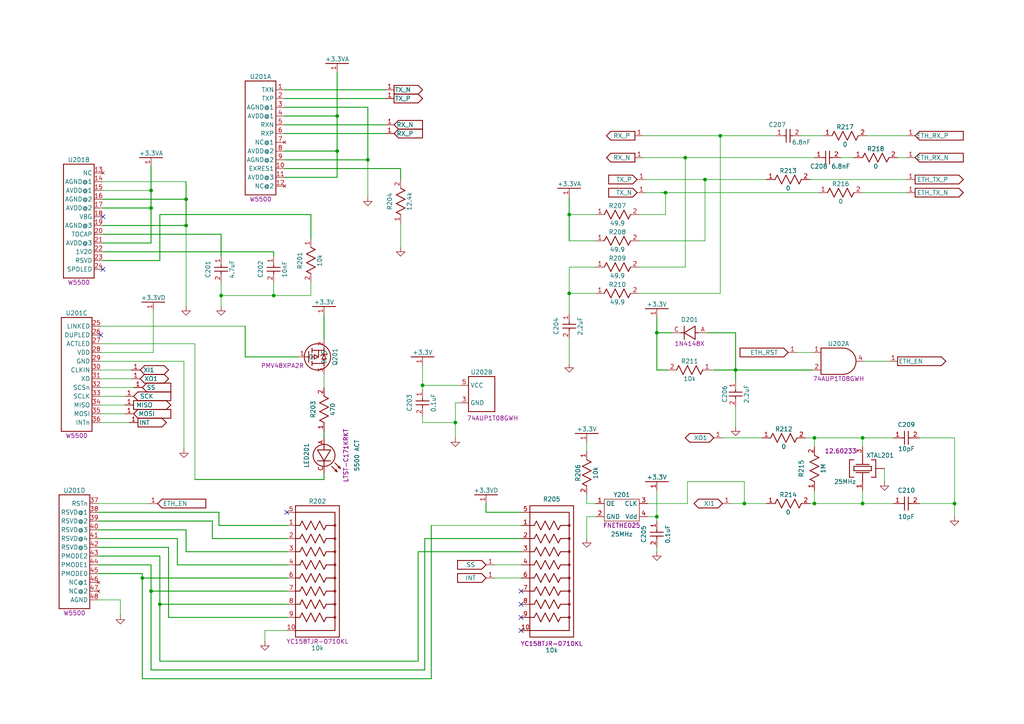
<source format=kicad_sch>
(kicad_sch (version 20231120) (generator "eeschema") (generator_version "8.0")
  (paper "A4")
  (lib_symbols
    (symbol "74AUP1T08GWH_1"
      (property "Reference" "U2" (at 0 5.08 0))
      (property "Mfg. PN" "74AUP1T08GWH" (at 0 -5.08 0))
      (symbol "74AUP1T08GWH_1_1_0"
        (pin input line (at -7.626 2.54 0) (length 2.54) (name "A") (number "1"))
        (pin input line (at -7.62 -2.54 0) (length 2.54) (name "C") (number "2"))
        (pin output line (at 7.62 0 180) (length 2.54) (name "Y") (number "4"))
      )
      (symbol "74AUP1T08GWH_1_2_0"
        (pin power_in line (at -6.35 -2.54 0) (length 2.54) (name "GND") (number "3"))
        (pin power_in line (at -6.35 2.54 0) (length 2.54) (name "VCC") (number "5"))
      )
    )
    (symbol "LED_Controller_Hardware-eagle-import:+3.3V" (power)
      (symbol "+3.3V_1_0"
        (pin power_in line (at 0 1.27 90) (length 2.54) (name "+3.3V") (number "1"))
      )
    )
    (symbol "LED_Controller_Hardware-eagle-import:+3.3VA" (power)
      (symbol "+3.3VA_1_0"
        (pin power_in line (at 0 1.27 90) (length 2.54) (name "+3.3V") (number "1"))
      )
    )
    (symbol "LED_Controller_Hardware-eagle-import:+3.3VD" (power)
      (symbol "+3.3VD_1_0"
        (pin power_in line (at 0 1.27 90) (length 2.54) (name "+3.3V") (number "1"))
      )
    )
    (symbol "LED_Controller_Hardware-eagle-import:1N4148X"
      (symbol "1N4148X_1_0"
        (pin passive line (at -5.08 0 0) (length 2.54) (name "A") (number "A"))
        (pin passive line (at 5.08 0 180) (length 2.54) (name "C") (number "C"))
      )
    )
    (symbol "LED_Controller_Hardware-eagle-import:74AUP1T08GWH"
      (property "Reference" "U2" (at 0 5.08 0))
      (property "Mfg. PN" "74AUP1T08GWH" (at 0 -5.08 0))
      (symbol "74AUP1T08GWH_1_0"
        (pin input line (at -7.626 2.54 0) (length 2.54) (name "A") (number "1"))
        (pin input line (at -7.62 -2.54 0) (length 2.54) (name "C") (number "2"))
        (pin output line (at 7.62 0 180) (length 2.54) (name "Y") (number "4"))
      )
      (symbol "74AUP1T08GWH_2_0"
        (pin power_in line (at -6.35 -2.54 0) (length 2.54) (name "GND") (number "3"))
        (pin power_in line (at -6.35 2.54 0) (length 2.54) (name "VCC") (number "5"))
      )
    )
    (symbol "LED_Controller_Hardware-eagle-import:ACTLED"
      (symbol "ACTLED_1_0"
        (pin passive line (at -5.074 0.006 0) (length 2.54) (name "A") (number "A"))
        (pin passive line (at 5.086 0.006 180) (length 2.54) (name "C") (number "C"))
      )
    )
    (symbol "LED_Controller_Hardware-eagle-import:CAP-0603"
      (symbol "CAP-0603_1_0"
        (pin passive line (at 0 3.81 270) (length 2.54) (name "1") (number "1"))
        (pin passive line (at 0 -3.81 90) (length 2.54) (name "2") (number "2"))
      )
    )
    (symbol "LED_Controller_Hardware-eagle-import:CAP_CER_10000PF_50V_C0G/NP0_0603"
      (symbol "CAP_CER_10000PF_50V_C0G/NP0_0603_1_0"
        (pin passive line (at 0 3.81 270) (length 2.54) (name "1") (number "1"))
        (pin passive line (at 0 -3.81 90) (length 2.54) (name "2") (number "2"))
      )
    )
    (symbol "LED_Controller_Hardware-eagle-import:CAP_CER_10PF_50V_C0G/NP0_0603"
      (symbol "CAP_CER_10PF_50V_C0G/NP0_0603_1_0"
        (pin passive line (at 0 3.81 270) (length 2.54) (name "1") (number "1"))
        (pin passive line (at 0 -3.81 90) (length 2.54) (name "2") (number "2"))
      )
    )
    (symbol "LED_Controller_Hardware-eagle-import:CAP_CER_2.2UF_10V_X5R_0603"
      (symbol "CAP_CER_2.2UF_10V_X5R_0603_1_0"
        (pin passive line (at 0 3.81 270) (length 2.54) (name "1") (number "1"))
        (pin passive line (at 0 -3.81 90) (length 2.54) (name "2") (number "2"))
      )
    )
    (symbol "LED_Controller_Hardware-eagle-import:CAP_CER_6800PF_100V_C0G_0603"
      (symbol "CAP_CER_6800PF_100V_C0G_0603_1_0"
        (pin passive line (at 0 3.81 270) (length 2.54) (name "1") (number "1"))
        (pin passive line (at 0 -3.81 90) (length 2.54) (name "2") (number "2"))
      )
    )
    (symbol "LED_Controller_Hardware-eagle-import:DNP"
      (symbol "DNP_1_0"
        (pin passive line (at -6.35 0 0) (length 2.54) (name "1") (number "1"))
        (pin passive line (at 6.35 0 180) (length 2.54) (name "2") (number "2"))
      )
    )
    (symbol "LED_Controller_Hardware-eagle-import:ETH_EN" (power)
      (symbol "ETH_EN_1_0"
        (pin power_in line (at -2.54 0 0) (length 2.54) (name "1") (number "1"))
      )
    )
    (symbol "LED_Controller_Hardware-eagle-import:ETH_EN_169" (power)
      (symbol "ETH_EN_169_1_0"
        (pin power_in line (at -2.54 0 0) (length 2.54) (name "1") (number "1"))
      )
    )
    (symbol "LED_Controller_Hardware-eagle-import:ETH_RST_150" (power)
      (symbol "ETH_RST_150_1_0"
        (pin power_in line (at 2.54 0 180) (length 2.54) (name "1") (number "1"))
      )
    )
    (symbol "LED_Controller_Hardware-eagle-import:INT" (power)
      (symbol "INT_1_0"
        (pin power_in line (at -2.54 0 0) (length 2.54) (name "1") (number "1"))
      )
    )
    (symbol "LED_Controller_Hardware-eagle-import:INT_167" (power)
      (symbol "INT_167_1_0"
        (pin power_in line (at 2.54 0 180) (length 2.54) (name "1") (number "1"))
      )
    )
    (symbol "LED_Controller_Hardware-eagle-import:KX-7T"
      (property "Reference" "XTAL1" (at 3.81 -5.08 90))
      (property "Value" "25MHz" (at -3.175 4.445 90))
      (property "Mfg. PN" "12.60233" (at 5.08 6.35 90))
      (symbol "KX-7T_1_0"
        (pin passive line (at -6.35 0 0) (length 2.54) (name "1") (number "1"))
        (pin power_out line (at 0 -6.35 90) (length 2.54) (name "3@2") (number "2"))
        (pin passive line (at 6.35 0 180) (length 2.54) (name "3@1") (number "3"))
      )
    )
    (symbol "LED_Controller_Hardware-eagle-import:MISO_89" (power)
      (symbol "MISO_89_1_0"
        (pin power_in line (at -2.54 0 0) (length 2.54) (name "1") (number "1"))
      )
    )
    (symbol "LED_Controller_Hardware-eagle-import:MOSI_77" (power)
      (symbol "MOSI_77_1_0"
        (pin power_in line (at -2.54 0 0) (length 2.54) (name "1") (number "1"))
      )
    )
    (symbol "LED_Controller_Hardware-eagle-import:PMV48XPA2R"
      (symbol "PMV48XPA2R_1_0"
        (pin passive line (at -6.35 0 0) (length 2.54) (name "G") (number "1"))
        (pin passive line (at 1.27 5.08 270) (length 2.54) (name "S") (number "2"))
        (pin passive line (at 1.27 -5.08 90) (length 2.54) (name "D") (number "3"))
      )
    )
    (symbol "LED_Controller_Hardware-eagle-import:RES-0603"
      (symbol "RES-0603_1_0"
        (pin passive line (at -6.35 0 0) (length 2.54) (name "1") (number "1"))
        (pin passive line (at 6.35 0 180) (length 2.54) (name "2") (number "2"))
      )
    )
    (symbol "LED_Controller_Hardware-eagle-import:RXN" (power)
      (symbol "RXN_1_0"
        (pin power_in line (at -2.54 0 0) (length 2.54) (name "1") (number "1"))
      )
    )
    (symbol "LED_Controller_Hardware-eagle-import:RXN_8" (power)
      (symbol "RXN_8_1_0"
        (pin power_in line (at 2.54 0 180) (length 2.54) (name "1") (number "1"))
      )
    )
    (symbol "LED_Controller_Hardware-eagle-import:RXP" (power)
      (symbol "RXP_1_0"
        (pin power_in line (at -2.54 0 0) (length 2.54) (name "1") (number "1"))
      )
    )
    (symbol "LED_Controller_Hardware-eagle-import:RXP_47" (power)
      (symbol "RXP_47_1_0"
        (pin power_in line (at 2.54 0 180) (length 2.54) (name "1") (number "1"))
      )
    )
    (symbol "LED_Controller_Hardware-eagle-import:SCK_38" (power)
      (symbol "SCK_38_1_0"
        (pin power_in line (at -2.54 0 0) (length 2.54) (name "1") (number "1"))
      )
    )
    (symbol "LED_Controller_Hardware-eagle-import:SS_138" (power)
      (symbol "SS_138_1_0"
        (pin power_in line (at -2.54 0 0) (length 2.54) (name "1") (number "1"))
      )
    )
    (symbol "LED_Controller_Hardware-eagle-import:SS_139" (power)
      (symbol "SS_139_1_0"
        (pin power_in line (at 2.54 0 180) (length 2.54) (name "1") (number "1"))
      )
    )
    (symbol "LED_Controller_Hardware-eagle-import:TXN" (power)
      (symbol "TXN_1_0"
        (pin power_in line (at -2.54 0 0) (length 2.54) (name "1") (number "1"))
      )
    )
    (symbol "LED_Controller_Hardware-eagle-import:TXN_69" (power)
      (symbol "TXN_69_1_0"
        (pin power_in line (at 2.54 0 180) (length 2.54) (name "1") (number "1"))
      )
    )
    (symbol "LED_Controller_Hardware-eagle-import:TXP" (power)
      (symbol "TXP_1_0"
        (pin power_in line (at -2.54 0 0) (length 2.54) (name "1") (number "1"))
      )
    )
    (symbol "LED_Controller_Hardware-eagle-import:TXP_107" (power)
      (symbol "TXP_107_1_0"
        (pin power_in line (at 2.54 0 180) (length 2.54) (name "1") (number "1"))
      )
    )
    (symbol "LED_Controller_Hardware-eagle-import:WIZNET_W5500"
      (property "Reference" "U301" (at 0 17.78 0))
      (property "Mfg. PN" "W5500" (at 0 -17.78 0))
      (symbol "WIZNET_W5500_1_0"
        (pin bidirectional line (at 6.985 13.97 180) (length 2.54) (name "TXN") (number "1"))
        (pin bidirectional line (at 6.985 -8.89 180) (length 2.54) (name "EXRES1") (number "10"))
        (pin power_in line (at 6.985 -11.43 180) (length 2.54) (name "AVDD@3") (number "11"))
        (pin no_connect line (at 6.985 -13.97 180) (length 2.54) (name "NC@2") (number "12"))
        (pin bidirectional line (at 6.985 11.43 180) (length 2.54) (name "TXP") (number "2"))
        (pin power_in line (at 6.985 8.89 180) (length 2.54) (name "AGND@1") (number "3"))
        (pin power_in line (at 6.985 6.35 180) (length 2.54) (name "AVDD@1") (number "4"))
        (pin input line (at 6.985 3.81 180) (length 2.54) (name "RXN") (number "5"))
        (pin input line (at 6.985 1.27 180) (length 2.54) (name "RXP") (number "6"))
        (pin no_connect line (at 6.985 -1.27 180) (length 2.54) (name "NC@1") (number "7"))
        (pin power_in line (at 6.985 -3.81 180) (length 2.54) (name "AVDD@2") (number "8"))
        (pin power_in line (at 6.985 -6.35 180) (length 2.54) (name "AGND@2") (number "9"))
      )
      (symbol "WIZNET_W5500_2_0"
        (pin no_connect line (at 6.985 13.97 180) (length 2.54) (name "NC") (number "13"))
        (pin power_in line (at 6.985 11.43 180) (length 2.54) (name "AGND@1") (number "14"))
        (pin power_in line (at 6.985 8.89 180) (length 2.54) (name "AVDD@1") (number "15"))
        (pin power_in line (at 6.985 6.35 180) (length 2.54) (name "AGND@2") (number "16"))
        (pin power_in line (at 6.985 3.81 180) (length 2.54) (name "AVDD@2") (number "17"))
        (pin output line (at 6.985 1.27 180) (length 2.54) (name "VBG") (number "18"))
        (pin power_in line (at 6.985 -1.27 180) (length 2.54) (name "AGND@3") (number "19"))
        (pin output line (at 6.985 -3.81 180) (length 2.54) (name "TOCAP") (number "20"))
        (pin power_in line (at 6.985 -6.35 180) (length 2.54) (name "AVDD@3") (number "21"))
        (pin output line (at 6.985 -8.89 180) (length 2.54) (name "1V20") (number "22"))
        (pin output line (at 6.985 -11.43 180) (length 2.54) (name "RSVD") (number "23"))
        (pin output line (at 6.985 -13.97 180) (length 2.54) (name "SPDLED") (number "24"))
      )
      (symbol "WIZNET_W5500_3_0"
        (pin output line (at 6.985 13.97 180) (length 2.54) (name "LINKED") (number "25"))
        (pin output line (at 6.985 11.43 180) (length 2.54) (name "DUPLED") (number "26"))
        (pin output line (at 6.985 8.89 180) (length 2.54) (name "ACTLED") (number "27"))
        (pin power_in line (at 6.985 6.35 180) (length 2.54) (name "VDD") (number "28"))
        (pin power_in line (at 6.985 3.81 180) (length 2.54) (name "GND") (number "29"))
        (pin input line (at 6.985 1.27 180) (length 2.54) (name "CLKIN") (number "30"))
        (pin input line (at 6.985 -1.27 180) (length 2.54) (name "XO") (number "31"))
        (pin input line (at 6.985 -3.81 180) (length 2.54) (name "SCSn") (number "32"))
        (pin input line (at 6.985 -6.35 180) (length 2.54) (name "SCLK") (number "33"))
        (pin bidirectional line (at 6.985 -8.89 180) (length 2.54) (name "MISO") (number "34"))
        (pin input line (at 6.985 -11.43 180) (length 2.54) (name "MOSI") (number "35"))
        (pin output line (at 6.985 -13.97 180) (length 2.54) (name "INTn") (number "36"))
      )
      (symbol "WIZNET_W5500_4_0"
        (pin input line (at 6.985 13.97 180) (length 2.54) (name "RSTn") (number "37"))
        (pin input line (at 6.985 11.43 180) (length 2.54) (name "RSVD@1") (number "38"))
        (pin input line (at 6.985 8.89 180) (length 2.54) (name "RSVD@2") (number "39"))
        (pin input line (at 6.985 6.35 180) (length 2.54) (name "RSVD@3") (number "40"))
        (pin input line (at 6.985 3.81 180) (length 2.54) (name "RSVD@4") (number "41"))
        (pin input line (at 6.985 1.27 180) (length 2.54) (name "RSVD@5") (number "42"))
        (pin input line (at 6.985 -1.27 180) (length 2.54) (name "PMODE2") (number "43"))
        (pin input line (at 6.985 -3.81 180) (length 2.54) (name "PMODE1") (number "44"))
        (pin input line (at 6.985 -6.35 180) (length 2.54) (name "PMODE0") (number "45"))
        (pin no_connect line (at 6.985 -8.89 180) (length 2.54) (name "NC@1") (number "46"))
        (pin no_connect line (at 6.985 -11.43 180) (length 2.54) (name "NC@2") (number "47"))
        (pin power_in line (at 6.985 -13.97 180) (length 2.54) (name "AGND") (number "48"))
      )
    )
    (symbol "LED_Controller_Hardware-eagle-import:XI" (power)
      (symbol "XI_1_0"
        (pin power_in line (at -2.54 0 0) (length 2.54) (name "1") (number "1"))
      )
    )
    (symbol "LED_Controller_Hardware-eagle-import:XI_67" (power)
      (symbol "XI_67_1_0"
        (pin power_in line (at 2.54 0 180) (length 2.54) (name "1") (number "1"))
      )
    )
    (symbol "LED_Controller_Hardware-eagle-import:XO" (power)
      (symbol "XO_1_0"
        (pin power_in line (at -2.54 0 0) (length 2.54) (name "1") (number "1"))
      )
    )
    (symbol "LED_Controller_Hardware-eagle-import:XO_65" (power)
      (symbol "XO_65_1_0"
        (pin power_in line (at 2.54 0 180) (length 2.54) (name "1") (number "1"))
      )
    )
    (symbol "LED_Controller_Hardware-eagle-import:YC158TJR-0710KL"
      (symbol "YC158TJR-0710KL_1_0"
        (pin passive line (at -8.89 11.43 0) (length 2.54) (name "2") (number "1"))
        (pin passive line (at -8.89 -19.05 0) (length 2.54) (name "1@2") (number "10"))
        (pin passive line (at -8.89 7.62 0) (length 2.54) (name "3") (number "2"))
        (pin passive line (at -8.89 3.81 0) (length 2.54) (name "4") (number "3"))
        (pin passive line (at -8.89 0 0) (length 2.54) (name "5") (number "4"))
        (pin passive line (at -8.89 15.24 0) (length 2.54) (name "1@1") (number "5"))
        (pin passive line (at -8.89 -3.81 0) (length 2.54) (name "6") (number "6"))
        (pin passive line (at -8.89 -7.62 0) (length 2.54) (name "7") (number "7"))
        (pin passive line (at -8.89 -11.43 0) (length 2.54) (name "8") (number "8"))
        (pin passive line (at -8.89 -15.24 0) (length 2.54) (name "9") (number "9"))
      )
    )
    (symbol "RG_Oscillator:FNETHE"
      (property "Reference" "Y" (at 0 5.08 0))
      (property "Mfg." "Diodes Incorporated" (at 0 0 0))
      (symbol "FNETHE_1_0"
        (pin input line (at -7.62 2.54 0) (length 2.54) (name "OE") (number "1"))
        (pin power_in line (at -7.62 -1.27 0) (length 2.54) (name "GND") (number "2"))
        (pin output line (at 7.62 2.54 180) (length 2.54) (name "CLK") (number "3"))
        (pin power_in line (at 7.62 -1.27 180) (length 2.54) (name "Vdd") (number "4"))
      )
    )
    (symbol "RG_resistors:RES-0603"
      (property "Reference" "R" (at 0 3.81 0))
      (property "Value" "~" (at 0 -2.54 0))
      (symbol "RES-0603_1_0"
        (pin passive line (at -6.35 0 0) (length 2.54) (name "1") (number "1"))
        (pin passive line (at 6.35 0 180) (length 2.54) (name "2") (number "2"))
      )
    )
    (symbol "WIZNET_W5500_1"
      (symbol "WIZNET_W5500_1_1_0"
        (pin bidirectional line (at 6.985 13.97 180) (length 2.54) (name "TXN") (number "1"))
        (pin bidirectional line (at 6.985 -8.89 180) (length 2.54) (name "EXRES1") (number "10"))
        (pin power_in line (at 6.985 -11.43 180) (length 2.54) (name "AVDD@3") (number "11"))
        (pin no_connect line (at 6.985 -13.97 180) (length 2.54) (name "NC@2") (number "12"))
        (pin bidirectional line (at 6.985 11.43 180) (length 2.54) (name "TXP") (number "2"))
        (pin power_in line (at 6.985 8.89 180) (length 2.54) (name "AGND@1") (number "3"))
        (pin power_in line (at 6.985 6.35 180) (length 2.54) (name "AVDD@1") (number "4"))
        (pin input line (at 6.985 3.81 180) (length 2.54) (name "RXN") (number "5"))
        (pin input line (at 6.985 1.27 180) (length 2.54) (name "RXP") (number "6"))
        (pin no_connect line (at 6.985 -1.27 180) (length 2.54) (name "NC@1") (number "7"))
        (pin power_in line (at 6.985 -3.81 180) (length 2.54) (name "AVDD@2") (number "8"))
        (pin power_in line (at 6.985 -6.35 180) (length 2.54) (name "AGND@2") (number "9"))
      )
      (symbol "WIZNET_W5500_1_2_0"
        (pin no_connect line (at 6.985 13.97 180) (length 2.54) (name "NC") (number "13"))
        (pin power_in line (at 6.985 11.43 180) (length 2.54) (name "AGND@1") (number "14"))
        (pin power_in line (at 6.985 8.89 180) (length 2.54) (name "AVDD@1") (number "15"))
        (pin power_in line (at 6.985 6.35 180) (length 2.54) (name "AGND@2") (number "16"))
        (pin power_in line (at 6.985 3.81 180) (length 2.54) (name "AVDD@2") (number "17"))
        (pin output line (at 6.985 1.27 180) (length 2.54) (name "VBG") (number "18"))
        (pin power_in line (at 6.985 -1.27 180) (length 2.54) (name "AGND@3") (number "19"))
        (pin output line (at 6.985 -3.81 180) (length 2.54) (name "TOCAP") (number "20"))
        (pin power_in line (at 6.985 -6.35 180) (length 2.54) (name "AVDD@3") (number "21"))
        (pin output line (at 6.985 -8.89 180) (length 2.54) (name "1V20") (number "22"))
        (pin output line (at 6.985 -11.43 180) (length 2.54) (name "RSVD") (number "23"))
        (pin output line (at 6.985 -13.97 180) (length 2.54) (name "SPDLED") (number "24"))
      )
      (symbol "WIZNET_W5500_1_3_0"
        (pin output line (at 6.985 13.97 180) (length 2.54) (name "LINKED") (number "25"))
        (pin output line (at 6.985 11.43 180) (length 2.54) (name "DUPLED") (number "26"))
        (pin output line (at 6.985 8.89 180) (length 2.54) (name "ACTLED") (number "27"))
        (pin power_in line (at 6.985 6.35 180) (length 2.54) (name "VDD") (number "28"))
        (pin power_in line (at 6.985 3.81 180) (length 2.54) (name "GND") (number "29"))
        (pin input line (at 6.985 1.27 180) (length 2.54) (name "CLKIN") (number "30"))
        (pin input line (at 6.985 -1.27 180) (length 2.54) (name "XO") (number "31"))
        (pin input line (at 6.985 -3.81 180) (length 2.54) (name "SCSn") (number "32"))
        (pin input line (at 6.985 -6.35 180) (length 2.54) (name "SCLK") (number "33"))
        (pin bidirectional line (at 6.985 -8.89 180) (length 2.54) (name "MISO") (number "34"))
        (pin input line (at 6.985 -11.43 180) (length 2.54) (name "MOSI") (number "35"))
        (pin output line (at 6.985 -13.97 180) (length 2.54) (name "INTn") (number "36"))
      )
      (symbol "WIZNET_W5500_1_4_0"
        (pin input line (at 6.985 13.97 180) (length 2.54) (name "RSTn") (number "37"))
        (pin input line (at 6.985 11.43 180) (length 2.54) (name "RSVD@1") (number "38"))
        (pin input line (at 6.985 8.89 180) (length 2.54) (name "RSVD@2") (number "39"))
        (pin input line (at 6.985 6.35 180) (length 2.54) (name "RSVD@3") (number "40"))
        (pin input line (at 6.985 3.81 180) (length 2.54) (name "RSVD@4") (number "41"))
        (pin input line (at 6.985 1.27 180) (length 2.54) (name "RSVD@5") (number "42"))
        (pin input line (at 6.985 -1.27 180) (length 2.54) (name "PMODE2") (number "43"))
        (pin input line (at 6.985 -3.81 180) (length 2.54) (name "PMODE1") (number "44"))
        (pin input line (at 6.985 -6.35 180) (length 2.54) (name "PMODE0") (number "45"))
        (pin no_connect line (at 6.985 -8.89 180) (length 2.54) (name "NC@1") (number "46"))
        (pin no_connect line (at 6.985 -11.43 180) (length 2.54) (name "NC@2") (number "47"))
        (pin power_in line (at 6.985 -13.97 180) (length 2.54) (name "AGND") (number "48"))
      )
    )
    (symbol "WIZNET_W5500_2"
      (property "Reference" "U301" (at 0 17.78 0))
      (property "Mfg. PN" "W5500" (at 0 -17.78 0))
      (symbol "WIZNET_W5500_2_1_0"
        (pin bidirectional line (at 6.985 13.97 180) (length 2.54) (name "TXN") (number "1"))
        (pin bidirectional line (at 6.985 -8.89 180) (length 2.54) (name "EXRES1") (number "10"))
        (pin power_in line (at 6.985 -11.43 180) (length 2.54) (name "AVDD@3") (number "11"))
        (pin no_connect line (at 6.985 -13.97 180) (length 2.54) (name "NC@2") (number "12"))
        (pin bidirectional line (at 6.985 11.43 180) (length 2.54) (name "TXP") (number "2"))
        (pin power_in line (at 6.985 8.89 180) (length 2.54) (name "AGND@1") (number "3"))
        (pin power_in line (at 6.985 6.35 180) (length 2.54) (name "AVDD@1") (number "4"))
        (pin input line (at 6.985 3.81 180) (length 2.54) (name "RXN") (number "5"))
        (pin input line (at 6.985 1.27 180) (length 2.54) (name "RXP") (number "6"))
        (pin no_connect line (at 6.985 -1.27 180) (length 2.54) (name "NC@1") (number "7"))
        (pin power_in line (at 6.985 -3.81 180) (length 2.54) (name "AVDD@2") (number "8"))
        (pin power_in line (at 6.985 -6.35 180) (length 2.54) (name "AGND@2") (number "9"))
      )
      (symbol "WIZNET_W5500_2_2_0"
        (pin no_connect line (at 6.985 13.97 180) (length 2.54) (name "NC") (number "13"))
        (pin power_in line (at 6.985 11.43 180) (length 2.54) (name "AGND@1") (number "14"))
        (pin power_in line (at 6.985 8.89 180) (length 2.54) (name "AVDD@1") (number "15"))
        (pin power_in line (at 6.985 6.35 180) (length 2.54) (name "AGND@2") (number "16"))
        (pin power_in line (at 6.985 3.81 180) (length 2.54) (name "AVDD@2") (number "17"))
        (pin output line (at 6.985 1.27 180) (length 2.54) (name "VBG") (number "18"))
        (pin power_in line (at 6.985 -1.27 180) (length 2.54) (name "AGND@3") (number "19"))
        (pin output line (at 6.985 -3.81 180) (length 2.54) (name "TOCAP") (number "20"))
        (pin power_in line (at 6.985 -6.35 180) (length 2.54) (name "AVDD@3") (number "21"))
        (pin output line (at 6.985 -8.89 180) (length 2.54) (name "1V20") (number "22"))
        (pin output line (at 6.985 -11.43 180) (length 2.54) (name "RSVD") (number "23"))
        (pin output line (at 6.985 -13.97 180) (length 2.54) (name "SPDLED") (number "24"))
      )
      (symbol "WIZNET_W5500_2_3_0"
        (pin output line (at 6.985 13.97 180) (length 2.54) (name "LINKED") (number "25"))
        (pin output line (at 6.985 11.43 180) (length 2.54) (name "DUPLED") (number "26"))
        (pin output line (at 6.985 8.89 180) (length 2.54) (name "ACTLED") (number "27"))
        (pin power_in line (at 6.985 6.35 180) (length 2.54) (name "VDD") (number "28"))
        (pin power_in line (at 6.985 3.81 180) (length 2.54) (name "GND") (number "29"))
        (pin input line (at 6.985 1.27 180) (length 2.54) (name "CLKIN") (number "30"))
        (pin input line (at 6.985 -1.27 180) (length 2.54) (name "XO") (number "31"))
        (pin input line (at 6.985 -3.81 180) (length 2.54) (name "SCSn") (number "32"))
        (pin input line (at 6.985 -6.35 180) (length 2.54) (name "SCLK") (number "33"))
        (pin bidirectional line (at 6.985 -8.89 180) (length 2.54) (name "MISO") (number "34"))
        (pin input line (at 6.985 -11.43 180) (length 2.54) (name "MOSI") (number "35"))
        (pin output line (at 6.985 -13.97 180) (length 2.54) (name "INTn") (number "36"))
      )
      (symbol "WIZNET_W5500_2_4_0"
        (pin input line (at 6.985 13.97 180) (length 2.54) (name "RSTn") (number "37"))
        (pin input line (at 6.985 11.43 180) (length 2.54) (name "RSVD@1") (number "38"))
        (pin input line (at 6.985 8.89 180) (length 2.54) (name "RSVD@2") (number "39"))
        (pin input line (at 6.985 6.35 180) (length 2.54) (name "RSVD@3") (number "40"))
        (pin input line (at 6.985 3.81 180) (length 2.54) (name "RSVD@4") (number "41"))
        (pin input line (at 6.985 1.27 180) (length 2.54) (name "RSVD@5") (number "42"))
        (pin input line (at 6.985 -1.27 180) (length 2.54) (name "PMODE2") (number "43"))
        (pin input line (at 6.985 -3.81 180) (length 2.54) (name "PMODE1") (number "44"))
        (pin input line (at 6.985 -6.35 180) (length 2.54) (name "PMODE0") (number "45"))
        (pin no_connect line (at 6.985 -8.89 180) (length 2.54) (name "NC@1") (number "46"))
        (pin no_connect line (at 6.985 -11.43 180) (length 2.54) (name "NC@2") (number "47"))
        (pin power_in line (at 6.985 -13.97 180) (length 2.54) (name "AGND") (number "48"))
      )
    )
    (symbol "WIZNET_W5500_3"
      (property "Reference" "U301" (at 0 17.78 0))
      (property "Mfg. PN" "W5500" (at 0 -17.78 0))
      (symbol "WIZNET_W5500_3_1_0"
        (pin bidirectional line (at 6.985 13.97 180) (length 2.54) (name "TXN") (number "1"))
        (pin bidirectional line (at 6.985 -8.89 180) (length 2.54) (name "EXRES1") (number "10"))
        (pin power_in line (at 6.985 -11.43 180) (length 2.54) (name "AVDD@3") (number "11"))
        (pin no_connect line (at 6.985 -13.97 180) (length 2.54) (name "NC@2") (number "12"))
        (pin bidirectional line (at 6.985 11.43 180) (length 2.54) (name "TXP") (number "2"))
        (pin power_in line (at 6.985 8.89 180) (length 2.54) (name "AGND@1") (number "3"))
        (pin power_in line (at 6.985 6.35 180) (length 2.54) (name "AVDD@1") (number "4"))
        (pin input line (at 6.985 3.81 180) (length 2.54) (name "RXN") (number "5"))
        (pin input line (at 6.985 1.27 180) (length 2.54) (name "RXP") (number "6"))
        (pin no_connect line (at 6.985 -1.27 180) (length 2.54) (name "NC@1") (number "7"))
        (pin power_in line (at 6.985 -3.81 180) (length 2.54) (name "AVDD@2") (number "8"))
        (pin power_in line (at 6.985 -6.35 180) (length 2.54) (name "AGND@2") (number "9"))
      )
      (symbol "WIZNET_W5500_3_2_0"
        (pin no_connect line (at 6.985 13.97 180) (length 2.54) (name "NC") (number "13"))
        (pin power_in line (at 6.985 11.43 180) (length 2.54) (name "AGND@1") (number "14"))
        (pin power_in line (at 6.985 8.89 180) (length 2.54) (name "AVDD@1") (number "15"))
        (pin power_in line (at 6.985 6.35 180) (length 2.54) (name "AGND@2") (number "16"))
        (pin power_in line (at 6.985 3.81 180) (length 2.54) (name "AVDD@2") (number "17"))
        (pin output line (at 6.985 1.27 180) (length 2.54) (name "VBG") (number "18"))
        (pin power_in line (at 6.985 -1.27 180) (length 2.54) (name "AGND@3") (number "19"))
        (pin output line (at 6.985 -3.81 180) (length 2.54) (name "TOCAP") (number "20"))
        (pin power_in line (at 6.985 -6.35 180) (length 2.54) (name "AVDD@3") (number "21"))
        (pin output line (at 6.985 -8.89 180) (length 2.54) (name "1V20") (number "22"))
        (pin output line (at 6.985 -11.43 180) (length 2.54) (name "RSVD") (number "23"))
        (pin output line (at 6.985 -13.97 180) (length 2.54) (name "SPDLED") (number "24"))
      )
      (symbol "WIZNET_W5500_3_3_0"
        (pin output line (at 6.985 13.97 180) (length 2.54) (name "LINKED") (number "25"))
        (pin output line (at 6.985 11.43 180) (length 2.54) (name "DUPLED") (number "26"))
        (pin output line (at 6.985 8.89 180) (length 2.54) (name "ACTLED") (number "27"))
        (pin power_in line (at 6.985 6.35 180) (length 2.54) (name "VDD") (number "28"))
        (pin power_in line (at 6.985 3.81 180) (length 2.54) (name "GND") (number "29"))
        (pin input line (at 6.985 1.27 180) (length 2.54) (name "CLKIN") (number "30"))
        (pin input line (at 6.985 -1.27 180) (length 2.54) (name "XO") (number "31"))
        (pin input line (at 6.985 -3.81 180) (length 2.54) (name "SCSn") (number "32"))
        (pin input line (at 6.985 -6.35 180) (length 2.54) (name "SCLK") (number "33"))
        (pin bidirectional line (at 6.985 -8.89 180) (length 2.54) (name "MISO") (number "34"))
        (pin input line (at 6.985 -11.43 180) (length 2.54) (name "MOSI") (number "35"))
        (pin output line (at 6.985 -13.97 180) (length 2.54) (name "INTn") (number "36"))
      )
      (symbol "WIZNET_W5500_3_4_0"
        (pin input line (at 6.985 13.97 180) (length 2.54) (name "RSTn") (number "37"))
        (pin input line (at 6.985 11.43 180) (length 2.54) (name "RSVD@1") (number "38"))
        (pin input line (at 6.985 8.89 180) (length 2.54) (name "RSVD@2") (number "39"))
        (pin input line (at 6.985 6.35 180) (length 2.54) (name "RSVD@3") (number "40"))
        (pin input line (at 6.985 3.81 180) (length 2.54) (name "RSVD@4") (number "41"))
        (pin input line (at 6.985 1.27 180) (length 2.54) (name "RSVD@5") (number "42"))
        (pin input line (at 6.985 -1.27 180) (length 2.54) (name "PMODE2") (number "43"))
        (pin input line (at 6.985 -3.81 180) (length 2.54) (name "PMODE1") (number "44"))
        (pin input line (at 6.985 -6.35 180) (length 2.54) (name "PMODE0") (number "45"))
        (pin no_connect line (at 6.985 -8.89 180) (length 2.54) (name "NC@1") (number "46"))
        (pin no_connect line (at 6.985 -11.43 180) (length 2.54) (name "NC@2") (number "47"))
        (pin power_in line (at 6.985 -13.97 180) (length 2.54) (name "AGND") (number "48"))
      )
    )
    (symbol "power:GNDS" (power) (pin_numbers hide) (pin_names (offset 0) hide)
      (property "Value" "GNDS" (at 0 -3.81 0))
      (symbol "GNDS_1_1"
        (pin power_in line (at 0 0 270) (length 0) (name "~") (number "1"))
      )
    )
  )
  (junction (at 190.5 96.52))
  (junction (at 43.815 60.325))
  (junction (at 250.19 127))
  (junction (at 79.375 85.725))
  (junction (at 208.915 39.37))
  (junction (at 97.79 43.815))
  (junction (at 97.79 33.655))
  (junction (at 190.5 149.86))
  (junction (at 276.86 146.05))
  (junction (at 43.815 171.45))
  (junction (at 250.19 146.05))
  (junction (at 41.275 167.64))
  (junction (at 213.36 107.315))
  (junction (at 64.135 85.725))
  (junction (at 132.08 122.555))
  (junction (at 165.1 85.09))
  (junction (at 43.815 55.245))
  (junction (at 204.47 52.07))
  (junction (at 198.755 45.72))
  (junction (at 236.22 127))
  (junction (at 215.9 146.05))
  (junction (at 193.04 55.88))
  (junction (at 165.1 62.23))
  (junction (at 236.22 146.05))
  (junction (at 53.975 65.405))
  (junction (at 106.68 46.355))
  (junction (at 122.555 111.76))
  (junction (at 53.975 57.785))
  (junction (at 46.355 175.26))
  (no_connect (at 29.216 97.161))
  (no_connect (at 29.845 78.105))
  (no_connect (at 83.185 148.59))
  (no_connect (at 151.13 182.88))
  (no_connect (at 151.13 179.07))
  (no_connect (at 29.845 62.865))
  (no_connect (at 151.13 175.26))
  (no_connect (at 151.13 171.45))
  (wire (pts (xy 63.5 152.4) (xy 83.185 152.4)) (stroke (width 0.25)))
  (wire (pts (xy 198.755 45.72) (xy 198.755 77.47)))
  (wire (pts (xy 209.55 127) (xy 220.98 127)))
  (wire (pts (xy 215.9 139.7) (xy 215.9 146.05)))
  (wire (pts (xy 190.5 107.315) (xy 190.5 96.52)) (stroke (width 0.25)))
  (wire (pts (xy 125.095 196.85) (xy 41.275 196.85)) (stroke (width 0.25)))
  (wire (pts (xy 46.355 75.565) (xy 46.355 62.23)) (stroke (width 0.25)))
  (wire (pts (xy 236.22 142.24) (xy 236.22 146.05)))
  (wire (pts (xy 90.17 85.725) (xy 90.17 81.915)))
  (wire (pts (xy 165.1 77.47) (xy 165.1 85.09)))
  (wire (pts (xy 250.19 142.24) (xy 250.19 146.05)))
  (wire (pts (xy 251.46 39.37) (xy 262.89 39.37)))
  (wire (pts (xy 250.19 129.54) (xy 250.19 127)))
  (wire (pts (xy 125.095 152.4) (xy 125.095 196.85)) (stroke (width 0.25)))
  (wire (pts (xy 125.095 152.4) (xy 151.13 152.4)))
  (wire (pts (xy 205.105 96.52) (xy 213.36 96.52)) (stroke (width 0.25)))
  (wire (pts (xy 46.355 175.26) (xy 83.185 175.26)) (stroke (width 0.25)))
  (wire (pts (xy 243.84 45.72) (xy 247.65 45.72)))
  (wire (pts (xy 121.285 160.02) (xy 121.285 191.77)) (stroke (width 0.25)))
  (wire (pts (xy 82.55 33.655) (xy 97.79 33.655)) (stroke (width 0.25)))
  (wire (pts (xy 79.375 85.725) (xy 90.17 85.725)))
  (wire (pts (xy 43.815 70.485) (xy 43.815 60.325)) (stroke (width 0.25)))
  (wire (pts (xy 190.5 149.86) (xy 190.5 151.13)))
  (wire (pts (xy 51.435 163.83) (xy 83.185 163.83)) (stroke (width 0.25)))
  (wire (pts (xy 143.51 167.64) (xy 151.13 167.64)))
  (wire (pts (xy 106.68 46.355) (xy 106.68 57.15)))
  (wire (pts (xy 29.845 52.705) (xy 53.975 52.705)))
  (wire (pts (xy 93.986 91.446) (xy 93.986 98.431)) (stroke (width 0.25)))
  (wire (pts (xy 213.36 107.315) (xy 213.36 110.49)) (stroke (width 0.25)))
  (wire (pts (xy 236.22 127) (xy 236.22 129.54)))
  (wire (pts (xy 28.575 156.21) (xy 51.435 156.21)) (stroke (width 0.25)))
  (wire (pts (xy 48.895 179.07) (xy 83.185 179.07)) (stroke (width 0.25)))
  (wire (pts (xy 53.346 104.781) (xy 53.346 130.181)))
  (wire (pts (xy 170.18 143.51) (xy 170.18 146.05)))
  (wire (pts (xy 198.755 45.72) (xy 236.22 45.72)))
  (wire (pts (xy 93.986 125.101) (xy 93.986 127.006)) (stroke (width 0.25)))
  (wire (pts (xy 28.575 161.29) (xy 46.355 161.29)) (stroke (width 0.25)))
  (wire (pts (xy 250.19 146.05) (xy 259.08 146.05)))
  (wire (pts (xy 206.375 107.315) (xy 207.01 107.315)))
  (wire (pts (xy 46.355 191.77) (xy 46.355 175.26)) (stroke (width 0.25)))
  (wire (pts (xy 165.1 98.425) (xy 165.1 105.41)))
  (wire (pts (xy 29.216 120.021) (xy 36.201 120.021)))
  (wire (pts (xy 185.42 69.85) (xy 204.47 69.85)))
  (wire (pts (xy 256.54 135.89) (xy 256.54 139.7)))
  (wire (pts (xy 132.08 116.84) (xy 133.35 116.84)))
  (wire (pts (xy 29.845 67.945) (xy 64.135 67.945)) (stroke (width 0.25)))
  (wire (pts (xy 43.815 55.245) (xy 43.815 60.325)) (stroke (width 0.25)))
  (wire (pts (xy 29.216 109.861) (xy 38.106 109.861)))
  (wire (pts (xy 93.986 110.496) (xy 93.986 108.591)))
  (wire (pts (xy 122.555 122.555) (xy 132.08 122.555)))
  (wire (pts (xy 56.521 139.071) (xy 93.986 139.071)) (stroke (width 0.25)))
  (wire (pts (xy 97.79 43.815) (xy 97.79 33.655)) (stroke (width 0.25)))
  (wire (pts (xy 204.47 52.07) (xy 222.25 52.07)))
  (wire (pts (xy 207.01 107.315) (xy 213.36 107.315)) (stroke (width 0.25)))
  (wire (pts (xy 48.895 158.75) (xy 48.895 179.07)) (stroke (width 0.25)))
  (wire (pts (xy 43.815 194.31) (xy 43.815 171.45)) (stroke (width 0.25)))
  (wire (pts (xy 122.555 113.03) (xy 122.555 111.76)))
  (wire (pts (xy 122.555 111.76) (xy 133.35 111.76)))
  (wire (pts (xy 29.845 60.325) (xy 43.815 60.325)) (stroke (width 0.25)))
  (wire (pts (xy 97.79 33.655) (xy 97.79 20.955)) (stroke (width 0.25)))
  (wire (pts (xy 82.55 48.895) (xy 116.205 48.895)) (stroke (width 0.25)))
  (wire (pts (xy 28.575 151.13) (xy 61.595 151.13)) (stroke (width 0.25)))
  (wire (pts (xy 116.205 64.77) (xy 116.205 71.755)))
  (wire (pts (xy 28.575 146.05) (xy 43.18 146.05)))
  (wire (pts (xy 172.72 146.05) (xy 170.18 146.05)))
  (wire (pts (xy 46.355 161.29) (xy 46.355 175.26)) (stroke (width 0.25)))
  (wire (pts (xy 93.98 125.095) (xy 93.98 125.101)) (stroke (width 0.25)))
  (wire (pts (xy 43.815 48.26) (xy 43.815 55.245)) (stroke (width 0.25)))
  (wire (pts (xy 93.98 110.496) (xy 93.98 112.395)))
  (wire (pts (xy 233.68 127) (xy 236.22 127)))
  (wire (pts (xy 122.555 106.045) (xy 122.555 111.76)))
  (wire (pts (xy 186.69 45.72) (xy 198.755 45.72)))
  (wire (pts (xy 170.18 128.27) (xy 170.18 130.81)))
  (wire (pts (xy 64.135 67.945) (xy 64.135 74.295)) (stroke (width 0.25)))
  (wire (pts (xy 29.216 99.701) (xy 56.521 99.701)))
  (wire (pts (xy 204.47 52.07) (xy 204.47 69.85)))
  (wire (pts (xy 190.5 92.075) (xy 190.5 96.52)) (stroke (width 0.25)))
  (wire (pts (xy 29.216 94.621) (xy 71.126 94.621)))
  (wire (pts (xy 190.5 149.86) (xy 187.96 149.86)))
  (wire (pts (xy 64.135 81.915) (xy 64.135 85.725)))
  (wire (pts (xy 123.19 194.31) (xy 43.815 194.31)) (stroke (width 0.25)))
  (wire (pts (xy 165.1 69.85) (xy 172.72 69.85)))
  (wire (pts (xy 185.42 62.23) (xy 193.04 62.23)))
  (wire (pts (xy 34.925 173.99) (xy 28.575 173.99)))
  (wire (pts (xy 232.41 39.37) (xy 238.76 39.37)))
  (wire (pts (xy 165.1 62.23) (xy 165.1 69.85)) (stroke (width 0.25)))
  (wire (pts (xy 191.77 55.88) (xy 193.04 55.88)) (stroke (width 0.25)))
  (wire (pts (xy 71.126 94.621) (xy 71.126 103.511)) (stroke (width 0.25)))
  (wire (pts (xy 165.1 57.15) (xy 165.1 62.23)) (stroke (width 0.25)))
  (wire (pts (xy 193.04 62.23) (xy 193.04 55.88)))
  (wire (pts (xy 151.13 156.21) (xy 123.19 156.21)) (stroke (width 0.25)))
  (wire (pts (xy 90.17 62.23) (xy 90.17 69.215)) (stroke (width 0.25)))
  (wire (pts (xy 28.575 148.59) (xy 63.5 148.59)) (stroke (width 0.25)))
  (wire (pts (xy 122.555 120.65) (xy 122.555 122.555)))
  (wire (pts (xy 266.7 146.05) (xy 276.86 146.05)))
  (wire (pts (xy 82.55 38.735) (xy 111.76 38.735)) (stroke (width 0.25)))
  (wire (pts (xy 231.14 102.235) (xy 235.579 102.235)))
  (wire (pts (xy 208.915 39.37) (xy 208.915 85.09)))
  (wire (pts (xy 276.86 146.05) (xy 276.86 149.86)))
  (wire (pts (xy 79.375 85.725) (xy 64.135 85.725)))
  (wire (pts (xy 41.275 167.64) (xy 41.275 166.37)) (stroke (width 0.25)))
  (wire (pts (xy 61.595 151.13) (xy 61.595 156.21)) (stroke (width 0.25)))
  (wire (pts (xy 53.975 160.02) (xy 83.185 160.02)) (stroke (width 0.25)))
  (wire (pts (xy 143.51 163.83) (xy 151.13 163.83)))
  (wire (pts (xy 235.585 107.315) (xy 213.36 107.315)) (stroke (width 0.25)))
  (wire (pts (xy 41.275 196.85) (xy 41.275 167.64)) (stroke (width 0.25)))
  (wire (pts (xy 250.19 55.88) (xy 262.89 55.88)))
  (wire (pts (xy 51.435 156.21) (xy 51.435 163.83)) (stroke (width 0.25)))
  (wire (pts (xy 266.7 127) (xy 276.86 127)))
  (wire (pts (xy 132.08 122.555) (xy 132.08 127)))
  (wire (pts (xy 116.205 48.895) (xy 116.205 52.07)) (stroke (width 0.25)))
  (wire (pts (xy 185.42 85.09) (xy 208.915 85.09)))
  (wire (pts (xy 190.5 96.52) (xy 194.945 96.52)) (stroke (width 0.25)))
  (wire (pts (xy 82.55 46.355) (xy 106.68 46.355)) (stroke (width 0.25)))
  (wire (pts (xy 29.845 55.245) (xy 43.815 55.245)))
  (wire (pts (xy 123.19 156.21) (xy 123.19 194.31)) (stroke (width 0.25)))
  (wire (pts (xy 212.09 146.05) (xy 215.9 146.05)))
  (wire (pts (xy 29.216 114.941) (xy 36.201 114.941)))
  (wire (pts (xy 276.86 127) (xy 276.86 146.05)))
  (wire (pts (xy 215.9 146.05) (xy 222.25 146.05)))
  (wire (pts (xy 76.835 182.88) (xy 76.835 186.055)))
  (wire (pts (xy 165.1 62.23) (xy 172.72 62.23)))
  (wire (pts (xy 82.55 36.195) (xy 111.76 36.195)) (stroke (width 0.25)))
  (wire (pts (xy 132.08 122.555) (xy 132.08 116.84)))
  (wire (pts (xy 82.55 26.035) (xy 111.76 26.035)) (stroke (width 0.25)))
  (wire (pts (xy 82.55 31.115) (xy 106.68 31.115)) (stroke (width 0.25)))
  (wire (pts (xy 190.5 158.75) (xy 190.5 160.02)))
  (wire (pts (xy 165.1 77.47) (xy 172.72 77.47)))
  (wire (pts (xy 213.36 96.52) (xy 213.36 107.315)) (stroke (width 0.25)))
  (wire (pts (xy 44.456 102.241) (xy 44.456 90.176)))
  (wire (pts (xy 193.04 55.88) (xy 237.49 55.88)))
  (wire (pts (xy 71.126 103.511) (xy 86.366 103.511)) (stroke (width 0.25)))
  (wire (pts (xy 97.79 51.435) (xy 97.79 43.815)) (stroke (width 0.25)))
  (wire (pts (xy 29.845 75.565) (xy 46.355 75.565)) (stroke (width 0.25)))
  (wire (pts (xy 199.39 139.7) (xy 215.9 139.7)))
  (wire (pts (xy 79.375 73.025) (xy 79.375 74.295)) (stroke (width 0.25)))
  (wire (pts (xy 53.975 153.67) (xy 53.975 160.02)) (stroke (width 0.25)))
  (wire (pts (xy 34.925 173.99) (xy 34.925 178.435)))
  (wire (pts (xy 190.5 142.24) (xy 190.5 149.86)))
  (wire (pts (xy 213.36 118.11) (xy 213.36 123.825)))
  (wire (pts (xy 64.135 85.725) (xy 64.135 88.9)))
  (wire (pts (xy 140.97 146.05) (xy 140.97 148.59)) (stroke (width 0.25)))
  (wire (pts (xy 106.68 31.115) (xy 106.68 46.355)) (stroke (width 0.25)))
  (wire (pts (xy 260.35 45.72) (xy 262.89 45.72)))
  (wire (pts (xy 53.975 65.405) (xy 53.975 57.785)) (stroke (width 0.25)))
  (wire (pts (xy 199.39 146.05) (xy 199.39 139.7)))
  (wire (pts (xy 172.72 149.86) (xy 170.18 149.86)))
  (wire (pts (xy 29.216 122.561) (xy 37.471 122.561)))
  (wire (pts (xy 63.5 148.59) (xy 63.5 152.4)) (stroke (width 0.25)))
  (wire (pts (xy 121.285 160.02) (xy 151.13 160.02)) (stroke (width 0.25)))
  (wire (pts (xy 79.375 81.915) (xy 79.375 85.725)))
  (wire (pts (xy 250.19 127) (xy 259.08 127)))
  (wire (pts (xy 187.96 146.05) (xy 199.39 146.05)))
  (wire (pts (xy 41.275 166.37) (xy 28.575 166.37)) (stroke (width 0.25)))
  (wire (pts (xy 187.325 52.07) (xy 204.47 52.07)))
  (wire (pts (xy 29.845 73.025) (xy 79.375 73.025)) (stroke (width 0.25)))
  (wire (pts (xy 83.185 182.88) (xy 76.835 182.88)))
  (wire (pts (xy 29.216 117.481) (xy 36.201 117.481)))
  (wire (pts (xy 83.185 167.64) (xy 41.275 167.64)) (stroke (width 0.25)))
  (wire (pts (xy 170.18 149.86) (xy 170.18 156.21)))
  (wire (pts (xy 29.845 65.405) (xy 53.975 65.405)) (stroke (width 0.25)))
  (wire (pts (xy 29.216 104.781) (xy 53.346 104.781)))
  (wire (pts (xy 83.185 171.45) (xy 43.815 171.45)) (stroke (width 0.25)))
  (wire (pts (xy 165.1 85.09) (xy 172.72 85.09)))
  (wire (pts (xy 29.216 107.321) (xy 38.106 107.321)))
  (wire (pts (xy 93.986 137.166) (xy 93.986 139.071)) (stroke (width 0.25)))
  (wire (pts (xy 29.216 102.241) (xy 44.456 102.241)))
  (wire (pts (xy 29.845 57.785) (xy 53.975 57.785)) (stroke (width 0.25)))
  (wire (pts (xy 193.675 107.315) (xy 190.5 107.315)) (stroke (width 0.25)))
  (wire (pts (xy 250.825 104.775) (xy 257.81 104.775)))
  (wire (pts (xy 208.915 39.37) (xy 224.79 39.37)))
  (wire (pts (xy 185.42 77.47) (xy 198.755 77.47)))
  (wire (pts (xy 43.815 163.83) (xy 28.575 163.83)) (stroke (width 0.25)))
  (wire (pts (xy 82.55 43.815) (xy 97.79 43.815)) (stroke (width 0.25)))
  (wire (pts (xy 38.741 112.401) (xy 29.216 112.401)))
  (wire (pts (xy 121.285 191.77) (xy 46.355 191.77)) (stroke (width 0.25)))
  (wire (pts (xy 93.986 110.496) (xy 93.98 110.496)))
  (wire (pts (xy 234.95 146.05) (xy 236.22 146.05)))
  (wire (pts (xy 28.575 153.67) (xy 53.975 153.67)) (stroke (width 0.25)))
  (wire (pts (xy 28.575 158.75) (xy 48.895 158.75)) (stroke (width 0.25)))
  (wire (pts (xy 53.975 52.705) (xy 53.975 57.785)) (stroke (width 0.25)))
  (wire (pts (xy 46.355 62.23) (xy 90.17 62.23)) (stroke (width 0.25)))
  (wire (pts (xy 53.975 65.405) (xy 53.975 88.9)))
  (wire (pts (xy 29.845 70.485) (xy 43.815 70.485)) (stroke (width 0.25)))
  (wire (pts (xy 236.22 146.05) (xy 250.19 146.05)))
  (wire (pts (xy 56.521 99.701) (xy 56.521 139.071)))
  (wire (pts (xy 234.95 52.07) (xy 262.89 52.07)))
  (wire (pts (xy 43.815 171.45) (xy 43.815 163.83)) (stroke (width 0.25)))
  (wire (pts (xy 187.325 55.88) (xy 191.77 55.88)))
  (wire (pts (xy 165.1 85.09) (xy 165.1 90.805)))
  (wire (pts (xy 82.55 28.575) (xy 111.76 28.575)) (stroke (width 0.25)))
  (wire (pts (xy 186.69 39.37) (xy 208.915 39.37)))
  (wire (pts (xy 82.55 51.435) (xy 97.79 51.435)) (stroke (width 0.25)))
  (wire (pts (xy 93.98 125.101) (xy 93.986 125.101)) (stroke (width 0.25)))
  (wire (pts (xy 236.22 127) (xy 250.19 127)))
  (wire (pts (xy 140.97 148.59) (xy 151.13 148.59)) (stroke (width 0.25)))
  (wire (pts (xy 61.595 156.21) (xy 83.185 156.21)) (stroke (width 0.25)))
  (symbol (lib_id "RG_resistors:RES-0603") (at 179.07 85.09 0) (unit 1)
    (property "Reference" "R210" (at 179.07 82.55 0))
    (property "Value" "49.9" (at 179.07 87.63 0))
    (property "Footprint" "RG_Resistors_SMD:0603" (effects (hide yes)))
    (property "Description" "RES-0603" (effects (hide yes)))
    (property "Mfg." "Stackpole Electronics Inc" (effects (hide yes)))
    (property "Mfg. PN" "RMCF0603FT49R9" (effects (hide yes)))
    (property "Distributor" "Digikey" (effects (hide yes)))
    (property "Distributor PN" "RMCF0603FT49R9TR-ND" (effects (hide yes)))
  )
  (symbol (lib_id "power:GNDS") (at 132.08 127 0) (unit 1)
    (property "Reference" "#PWR0208" (effects (hide yes)))
    (property "Value" "GND1" (effects (hide yes)))
    (property "Description" "Power symbol creates a global label with name \"GNDS\" , signal ground" (effects (hide yes)))
  )
  (symbol (lib_id "power:GNDS") (at 170.18 156.21 0) (unit 1)
    (property "Reference" "#PWR0210" (effects (hide yes)))
    (property "Value" "GND1" (effects (hide yes)))
    (property "Description" "Power symbol creates a global label with name \"GNDS\" , signal ground" (effects (hide yes)))
  )
  (symbol (lib_id "RG_resistors:RES-0603") (at 179.07 77.47 0) (unit 1)
    (property "Reference" "R209" (at 179.07 74.93 0))
    (property "Value" "49.9" (at 179.07 80.01 0))
    (property "Footprint" "RG_Resistors_SMD:0603" (effects (hide yes)))
    (property "Description" "RES-0603" (effects (hide yes)))
    (property "Mfg." "Stackpole Electronics Inc" (effects (hide yes)))
    (property "Mfg. PN" "RMCF0603FT49R9" (effects (hide yes)))
    (property "Distributor" "Digikey" (effects (hide yes)))
    (property "Distributor PN" "RMCF0603FT49R9TR-ND" (effects (hide yes)))
  )
  (symbol (lib_id "LED_Controller_Hardware-eagle-import:SCK_38") (at 38.741 114.941 0) (unit 1)
    (property "Reference" "#NetPort0201" (effects (hide yes)))
    (property "Value" "SCK" (at 42.551 114.941 0))
  )
  (symbol (lib_id "power:GNDS") (at 53.346 130.181 0) (unit 1)
    (property "Reference" "#PWR0202" (effects (hide yes)))
    (property "Value" "GND1" (effects (hide yes)))
    (property "Description" "Power symbol creates a global label with name \"GNDS\" , signal ground" (effects (hide yes)))
  )
  (symbol (lib_id "LED_Controller_Hardware-eagle-import:CAP_CER_2.2UF_10V_X5R_0603") (at 165.1 94.615 0) (unit 1)
    (property "Reference" "C204" (at 161.29 94.615 90))
    (property "Value" "2.2uF" (at 168.275 94.615 90))
    (property "Footprint" "RG_Capacitors_SMD:0603" (effects (hide yes)))
    (property "Description" "CAP_CER_2.2UF_10V_X5R_0603" (effects (hide yes)))
    (property "Mfg." "Samsung Electro-Mechanics" (effects (hide yes)))
    (property "Mfg. PN" "CL10A225KP8NNNC" (effects (hide yes)))
    (property "Distributor" "Digikey" (effects (hide yes)))
    (property "Distributor PN" "1276-1085-2-ND" (effects (hide yes)))
  )
  (symbol (lib_id "LED_Controller_Hardware-eagle-import:+3.3VD") (at 44.456 91.446 0) (unit 1)
    (property "Reference" "#NetPort0209" (effects (hide yes)))
    (property "Value" "+3.3VD" (at 44.456 86.366 0))
  )
  (symbol (lib_id "RG_resistors:RES-0603") (at 245.11 39.37 0) (unit 1)
    (property "Reference" "R217" (at 245.11 36.83 0))
    (property "Value" "0" (at 245.11 41.91 0))
    (property "Footprint" "RG_Resistors_SMD:0603" (effects (hide yes)))
    (property "Description" "RES-0603" (effects (hide yes)))
    (property "Mfg." "Stackpole Electronics Inc" (effects (hide yes)))
    (property "Mfg. PN" "RMCF0603ZT0R00" (effects (hide yes)))
    (property "Distributor" "Digikey" (effects (hide yes)))
    (property "Distributor PN" "RMCF0603ZT0R00TR-ND" (effects (hide yes)))
  )
  (symbol (lib_id "power:GNDS") (at 190.5 160.02 0) (unit 1)
    (property "Reference" "#PWR0211" (effects (hide yes)))
    (property "Value" "GND1" (effects (hide yes)))
    (property "Description" "Power symbol creates a global label with name \"GNDS\" , signal ground" (effects (hide yes)))
  )
  (symbol (lib_id "RG_resistors:RES-0603") (at 228.6 52.07 0) (unit 1)
    (property "Reference" "R213" (at 228.6 49.53 0))
    (property "Value" "0" (at 228.6 54.61 0))
    (property "Footprint" "RG_Resistors_SMD:0603" (effects (hide yes)))
    (property "Description" "RES-0603" (effects (hide yes)))
    (property "Mfg." "Stackpole Electronics Inc" (effects (hide yes)))
    (property "Mfg. PN" "RMCF0603ZT0R00" (effects (hide yes)))
    (property "Distributor" "Digikey" (effects (hide yes)))
    (property "Distributor PN" "RMCF0603ZT0R00TR-ND" (effects (hide yes)))
  )
  (symbol (lib_id "LED_Controller_Hardware-eagle-import:YC158TJR-0710KL") (at 160.02 163.83 0) (unit 1)
    (property "Reference" "R205" (at 160.02 144.78 0))
    (property "Value" "10k" (at 160.02 188.595 0))
    (property "Footprint" "RG_Resistors_SMD:RESCAXS10P64_1206" (effects (hide yes)))
    (property "Datasheet" "https://www.yageo.com/upload/media/product/app/datasheet/rchip/pyu-yc_tc_group_51_rohs_l.pdf" (effects (hide yes)))
    (property "Mfg." "YAGEO" (effects (hide yes)))
    (property "Mfg. PN" "YC158TJR-0710KL" (at 160.02 186.69 0))
    (property "Distributor" "Digikey" (effects (hide yes)))
    (property "Distributor PN" "13-YC158TJR-0710KLTR-ND" (effects (hide yes)))
  )
  (symbol (lib_id "LED_Controller_Hardware-eagle-import:+3.3V") (at 190.5 143.51 0) (unit 1)
    (property "Reference" "#NetPort0228" (effects (hide yes)))
    (property "Value" "+3.3V" (at 190.5 138.43 0))
  )
  (symbol (lib_id "RG_resistors:RES-0603") (at 227.33 127 0) (unit 1)
    (property "Reference" "R212" (at 227.33 124.46 0))
    (property "Value" "0" (at 227.33 129.54 0))
    (property "Footprint" "RG_Resistors_SMD:0603" (effects (hide yes)))
    (property "Description" "RES-0603" (effects (hide yes)))
    (property "Mfg." "Stackpole Electronics Inc" (effects (hide yes)))
    (property "Mfg. PN" "RMCF0603ZT0R00" (effects (hide yes)))
    (property "Distributor" "Digikey" (effects (hide yes)))
    (property "Distributor PN" "RMCF0603ZT0R00TR-ND" (effects (hide yes)))
  )
  (symbol (lib_id "LED_Controller_Hardware-eagle-import:RES-0603") (at 93.98 118.745 90) (unit 1)
    (property "Reference" "R203" (at 90.805 118.745 0))
    (property "Value" "470" (at 96.52 118.745 0))
    (property "Footprint" "RG_Resistors_SMD:0603" (effects (hide yes)))
    (property "Description" "RES-0603" (effects (hide yes)))
    (property "Mfg." "Stackpole Electronics Inc" (effects (hide yes)))
    (property "Mfg. PN" "RMCF0603FT470R" (effects (hide yes)))
    (property "Distributor" "Digikey" (effects (hide yes)))
    (property "Distributor PN" "RMCF0603FT470RTR-ND" (effects (hide yes)))
  )
  (symbol (lib_id "LED_Controller_Hardware-eagle-import:YC158TJR-0710KL") (at 92.075 163.83 0) (unit 1)
    (property "Reference" "R202" (at 92.075 145.415 0))
    (property "Value" "10k" (at 92.075 187.96 0))
    (property "Footprint" "RG_Resistors_SMD:RESCAXS10P64_1206" (effects (hide yes)))
    (property "Datasheet" "https://www.yageo.com/upload/media/product/app/datasheet/rchip/pyu-yc_tc_group_51_rohs_l.pdf" (effects (hide yes)))
    (property "Mfg." "YAGEO" (effects (hide yes)))
    (property "Mfg. PN" "YC158TJR-0710KL" (at 92.075 186.055 0))
    (property "Distributor" "Digikey" (effects (hide yes)))
    (property "Distributor PN" "13-YC158TJR-0710KLTR-ND" (effects (hide yes)))
  )
  (symbol (lib_id "LED_Controller_Hardware-eagle-import:ETH_EN") (at 265.43 39.37 0) (unit 1)
    (property "Reference" "#NetPort0233" (effects (hide yes)))
    (property "Value" "ETH_RX_P" (at 270.51 39.37 0))
  )
  (symbol (lib_id "LED_Controller_Hardware-eagle-import:TXN_69") (at 184.785 55.88 0) (unit 1)
    (property "Reference" "#NetPort0226" (effects (hide yes)))
    (property "Value" "TX_N" (at 180.975 55.88 0))
  )
  (symbol (lib_id "LED_Controller_Hardware-eagle-import:RES-0603") (at 170.18 137.16 270) (unit 1)
    (property "Reference" "R206" (at 167.64 137.16 0))
    (property "Value" "10k" (at 172.72 137.16 0))
    (property "Footprint" "RG_Resistors_SMD:0603" (effects (hide yes)))
    (property "Description" "RES-0603" (effects (hide yes)))
    (property "Mfg." "Stackpole Electronics Inc" (effects (hide yes)))
    (property "Mfg. PN" "RMCF0603FT10K0" (effects (hide yes)))
    (property "Distributor" "Digikey" (effects (hide yes)))
    (property "Distributor PN" "RMCF0603FT10K0TR-ND" (effects (hide yes)))
  )
  (symbol (lib_id "LED_Controller_Hardware-eagle-import:KX-7T") (at 250.19 135.89 90) (unit 1)
    (property "Reference" "XTAL201" (at 255.27 132.08 90))
    (property "Value" "25MHz" (at 245.11 139.7 90))
    (property "Footprint" "RG_Crystal:YANGXING_SMD_3225_4L" (effects (hide yes)))
    (property "Datasheet" "https://mm.digikey.com/Volume0/opasdata/d220001/medias/docus/4562/12.60233.pdf" (effects (hide yes)))
    (property "Mfg." "Geyer Electronic America, Inc." (effects (hide yes)))
    (property "Mfg. PN" "12.60233" (at 243.84 130.81 90))
    (property "Distributor" "Digikey" (effects (hide yes)))
    (property "Distributor PN" "4983-12.60233TR-ND" (effects (hide yes)))
  )
  (symbol (lib_id "RG_resistors:RES-0603") (at 254 45.72 0) (unit 1)
    (property "Reference" "R218" (at 254 43.18 0))
    (property "Value" "0" (at 254 48.26 0))
    (property "Footprint" "RG_Resistors_SMD:0603" (effects (hide yes)))
    (property "Description" "RES-0603" (effects (hide yes)))
    (property "Mfg." "Stackpole Electronics Inc" (effects (hide yes)))
    (property "Mfg. PN" "RMCF0603ZT0R00" (effects (hide yes)))
    (property "Distributor" "Digikey" (effects (hide yes)))
    (property "Distributor PN" "RMCF0603ZT0R00TR-ND" (effects (hide yes)))
  )
  (symbol (lib_id "LED_Controller_Hardware-eagle-import:XO") (at 40.646 109.861 0) (unit 1)
    (property "Reference" "#NetPort0206" (effects (hide yes)))
    (property "Value" "XO1" (at 43.821 109.861 0))
  )
  (symbol (lib_id "RG_resistors:RES-0603") (at 179.07 62.23 0) (unit 1)
    (property "Reference" "R207" (at 179.07 59.69 0))
    (property "Value" "49.9" (at 179.07 64.77 0))
    (property "Footprint" "RG_Resistors_SMD:0603" (effects (hide yes)))
    (property "Description" "RES-0603" (effects (hide yes)))
    (property "Mfg." "Stackpole Electronics Inc" (effects (hide yes)))
    (property "Mfg. PN" "RMCF0603FT49R9" (effects (hide yes)))
    (property "Distributor" "Digikey" (effects (hide yes)))
    (property "Distributor PN" "RMCF0603FT49R9TR-ND" (effects (hide yes)))
  )
  (symbol (lib_id "power:GNDS") (at 34.925 178.435 0) (unit 1)
    (property "Reference" "#PWR0201" (effects (hide yes)))
    (property "Value" "GND1" (effects (hide yes)))
    (property "Description" "Power symbol creates a global label with name \"GNDS\" , signal ground" (effects (hide yes)))
  )
  (symbol (lib_id "LED_Controller_Hardware-eagle-import:RXP") (at 114.3 38.735 0) (unit 1)
    (property "Reference" "#NetPort0216" (effects (hide yes)))
    (property "Value" "RX_P" (at 117.475 38.735 0))
  )
  (symbol (lib_id "power:GNDS") (at 276.86 149.86 0) (unit 1)
    (property "Reference" "#PWR0214" (effects (hide yes)))
    (property "Value" "GND1" (effects (hide yes)))
    (property "Description" "Power symbol creates a global label with name \"GNDS\" , signal ground" (effects (hide yes)))
  )
  (symbol (lib_id "LED_Controller_Hardware-eagle-import:CAP_CER_6800PF_100V_C0G_0603") (at 228.6 39.37 90) (unit 1)
    (property "Reference" "C207" (at 225.425 36.195 90))
    (property "Value" "6.8nF" (at 232.41 41.275 90))
    (property "Footprint" "RG_Capacitors_SMD:0603" (effects (hide yes)))
    (property "Description" "CAP_CER_6800PF_100V_C0G_0603" (effects (hide yes)))
    (property "Mfg." "TDK Corporation" (effects (hide yes)))
    (property "Mfg. PN" "C1608C0G2A682J080AC" (effects (hide yes)))
    (property "Distributor" "Digikey" (effects (hide yes)))
    (property "Distributor PN" "445-172661-2-ND" (effects (hide yes)))
  )
  (symbol (lib_id "LED_Controller_Hardware-eagle-import:DNP") (at 90.17 75.565 270) (unit 1)
    (property "Reference" "R201" (at 86.995 75.565 0))
    (property "Value" "10k" (at 92.71 75.565 0))
    (property "Footprint" "RG_Resistors_SMD:0603" (effects (hide yes)))
    (property "Mfg." "Stackpole Electronics Inc" (effects (hide yes)))
    (property "Mfg. PN" "RMCF0603FT10K0" (effects (hide yes)))
    (property "Distributor" "Digikey" (effects (hide yes)))
    (property "Distributor PN" "RMCF0603FT10K0TR-ND" (effects (hide yes)))
  )
  (symbol (lib_id "LED_Controller_Hardware-eagle-import:SS_138") (at 41.281 112.401 0) (unit 1)
    (property "Reference" "#NetPort0207" (effects (hide yes)))
    (property "Value" "SS" (at 43.821 112.401 0))
  )
  (symbol (lib_id "LED_Controller_Hardware-eagle-import:CAP_CER_10PF_50V_C0G/NP0_0603") (at 262.89 146.05 90) (unit 1)
    (property "Reference" "C210" (at 262.89 142.24 90))
    (property "Value" "10pF" (at 262.89 149.86 90))
    (property "Footprint" "RG_Capacitors_SMD:0603" (effects (hide yes)))
    (property "Description" "CAP_CER_10PF_50V_C0G/NP0_0603" (effects (hide yes)))
    (property "Mfg." "Samsung Electro-Mechanics" (effects (hide yes)))
    (property "Mfg. PN" "CL10C100CB8NNNC" (effects (hide yes)))
    (property "Distributor" "Digikey" (effects (hide yes)))
    (property "Distributor PN" "1276-1069-2-ND" (effects (hide yes)))
  )
  (symbol (lib_id "LED_Controller_Hardware-eagle-import:+3.3VA") (at 43.815 49.53 0) (unit 1)
    (property "Reference" "#NetPort0208" (effects (hide yes)))
    (property "Value" "+3.3VA" (at 43.815 44.45 0))
  )
  (symbol (lib_id "RG_resistors:RES-0603") (at 228.6 146.05 0) (unit 1)
    (property "Reference" "R214" (at 228.6 143.51 0))
    (property "Value" "0" (at 228.6 148.59 0))
    (property "Footprint" "RG_Resistors_SMD:0603" (effects (hide yes)))
    (property "Description" "RES-0603" (effects (hide yes)))
    (property "Mfg." "Stackpole Electronics Inc" (effects (hide yes)))
    (property "Mfg. PN" "RMCF0603ZT0R00" (effects (hide yes)))
    (property "Distributor" "Digikey" (effects (hide yes)))
    (property "Distributor PN" "RMCF0603ZT0R00TR-ND" (effects (hide yes)))
  )
  (symbol (lib_id "LED_Controller_Hardware-eagle-import:CAP_CER_10PF_50V_C0G/NP0_0603") (at 262.89 127 90) (unit 1)
    (property "Reference" "C209" (at 262.89 123.19 90))
    (property "Value" "10pF" (at 262.89 130.175 90))
    (property "Footprint" "RG_Capacitors_SMD:0603" (effects (hide yes)))
    (property "Description" "CAP_CER_10PF_50V_C0G/NP0_0603" (effects (hide yes)))
    (property "Mfg." "Samsung Electro-Mechanics" (effects (hide yes)))
    (property "Mfg. PN" "CL10C100CB8NNNC" (effects (hide yes)))
    (property "Distributor" "Digikey" (effects (hide yes)))
    (property "Distributor PN" "1276-1069-2-ND" (effects (hide yes)))
  )
  (symbol (lib_id "LED_Controller_Hardware-eagle-import:WIZNET_W5500") (at 75.565 40.005 0) (unit 1)
    (property "Reference" "U201" (at 75.565 22.225 0))
    (property "Value" "WIZNET_W5500" (effects (hide yes)))
    (property "Footprint" "RG_QFP:QFP48P50" (effects (hide yes)))
    (property "Datasheet" "https://docs.wiznet.io/img/products/w5500/w5500_ds_v109e.pdf" (effects (hide yes)))
    (property "Mfg." "WIZnet" (effects (hide yes)))
    (property "Mfg. PN" "W5500" (at 75.565 57.785 0))
    (property "Distributor" "Digikey" (effects (hide yes)))
    (property "Distributor PN" "1278-W5500TR-ND" (effects (hide yes)))
  )
  (symbol (lib_id "LED_Controller_Hardware-eagle-import:MOSI_77") (at 38.741 120.021 0) (unit 1)
    (property "Reference" "#NetPort0203" (effects (hide yes)))
    (property "Value" "MOSI" (at 42.551 120.021 0))
  )
  (symbol (lib_id "LED_Controller_Hardware-eagle-import:CAP-0603") (at 122.555 116.84 0) (unit 1)
    (property "Reference" "C203" (at 118.745 116.84 90))
    (property "Value" "0.1uF" (at 125.73 116.84 90))
    (property "Footprint" "RG_Capacitors_SMD:0603" (effects (hide yes)))
    (property "Description" "CAP-0603" (effects (hide yes)))
    (property "Mfg." "Taiyo Yuden" (effects (hide yes)))
    (property "Mfg. PN" "TMK107BJ104KA-T" (effects (hide yes)))
    (property "Distributor" "Digikey" (effects (hide yes)))
    (property "Distributor PN" "587-1245-2-ND" (effects (hide yes)))
  )
  (symbol (lib_id "LED_Controller_Hardware-eagle-import:ETH_EN_169") (at 260.35 104.775 0) (unit 1)
    (property "Reference" "#NetPort0232" (effects (hide yes)))
    (property "Value" "ETH_EN" (at 264.16 104.775 0))
  )
  (symbol (lib_id "power:GNDS") (at 53.975 88.9 0) (unit 1)
    (property "Reference" "#PWR0203" (effects (hide yes)))
    (property "Value" "GND1" (effects (hide yes)))
    (property "Description" "Power symbol creates a global label with name \"GNDS\" , signal ground" (effects (hide yes)))
  )
  (symbol (lib_id "LED_Controller_Hardware-eagle-import:XI") (at 40.646 107.321 0) (unit 1)
    (property "Reference" "#NetPort0205" (effects (hide yes)))
    (property "Value" "XI1" (at 43.186 107.321 0))
  )
  (symbol (lib_name "WIZNET_W5500_2") (lib_id "LED_Controller_Hardware-eagle-import:WIZNET_W5500") (at 22.231 108.591 0) (unit 3)
    (property "Reference" "U201" (at 22.231 90.811 0))
    (property "Value" "WIZNET_W5500" (effects (hide yes)))
    (property "Footprint" "RG_QFP:QFP48P50" (effects (hide yes)))
    (property "Datasheet" "https://docs.wiznet.io/img/products/w5500/w5500_ds_v109e.pdf" (effects (hide yes)))
    (property "Mfg." "WIZnet" (effects (hide yes)))
    (property "Mfg. PN" "W5500" (at 22.231 126.371 0))
    (property "Distributor" "Digikey" (effects (hide yes)))
    (property "Distributor PN" "1278-W5500TR-ND" (effects (hide yes)))
  )
  (symbol (lib_id "power:GNDS") (at 256.54 139.7 0) (unit 1)
    (property "Reference" "#PWR0213" (effects (hide yes)))
    (property "Value" "GNDS" (effects (hide yes)))
    (property "Description" "Power symbol creates a global label with name \"GNDS\" , signal ground" (effects (hide yes)))
  )
  (symbol (lib_id "LED_Controller_Hardware-eagle-import:CAP_CER_6800PF_100V_C0G_0603") (at 240.03 45.72 90) (unit 1)
    (property "Reference" "C208" (at 237.49 48.26 90))
    (property "Value" "6.8nF" (at 243.84 48.26 90))
    (property "Footprint" "RG_Capacitors_SMD:0603" (effects (hide yes)))
    (property "Description" "CAP_CER_6800PF_100V_C0G_0603" (effects (hide yes)))
    (property "Mfg." "TDK Corporation" (effects (hide yes)))
    (property "Mfg. PN" "C1608C0G2A682J080AC" (effects (hide yes)))
    (property "Distributor" "Digikey" (effects (hide yes)))
    (property "Distributor PN" "445-172661-2-ND" (effects (hide yes)))
  )
  (symbol (lib_id "RG_resistors:RES-0603") (at 243.84 55.88 0) (unit 1)
    (property "Reference" "R216" (at 243.84 53.34 0))
    (property "Value" "0" (at 243.84 58.42 0))
    (property "Footprint" "RG_Resistors_SMD:0603" (effects (hide yes)))
    (property "Description" "RES-0603" (effects (hide yes)))
    (property "Mfg." "Stackpole Electronics Inc" (effects (hide yes)))
    (property "Mfg. PN" "RMCF0603ZT0R00" (effects (hide yes)))
    (property "Distributor" "Digikey" (effects (hide yes)))
    (property "Distributor PN" "RMCF0603ZT0R00TR-ND" (effects (hide yes)))
  )
  (symbol (lib_id "LED_Controller_Hardware-eagle-import:CAP-0603") (at 213.36 114.3 0) (unit 1)
    (property "Reference" "C206" (at 210.185 114.3 90))
    (property "Value" "2.2uF" (at 216.535 114.3 90))
    (property "Footprint" "RG_Capacitors_SMD:0603" (effects (hide yes)))
    (property "Description" "CAP-0603" (effects (hide yes)))
    (property "Mfg." "Samsung Electro-Mechanics" (effects (hide yes)))
    (property "Mfg. PN" "CL10A225KP8NNNC" (effects (hide yes)))
    (property "Distributor" "Digikey" (effects (hide yes)))
    (property "Distributor PN" "1276-1085-2-ND" (effects (hide yes)))
  )
  (symbol (lib_id "RG_Oscillator:FNETHE") (at 180.34 148.59 0) (unit 1)
    (property "Reference" "Y201" (at 180.34 143.51 0))
    (property "Value" "25MHz" (at 180.34 154.94 0))
    (property "Footprint" "RG_Crystal:Crystal_SMD_4Pin_7.0mmx5.0mm" (effects (hide yes)))
    (property "Datasheet" "https://mm.digikey.com/Volume0/opasdata/d220001/medias/docus/389/FNETHE025.pdf" (effects (hide yes)))
    (property "Mfg." "Diodes Incorporated" (effects (hide yes)))
    (property "Mfg. PN" "FNETHE025" (at 180.34 152.4 0))
    (property "Distributor" "Digikey" (effects (hide yes)))
    (property "Distributor PN" "FNETHE025TR-ND" (effects (hide yes)))
  )
  (symbol (lib_id "LED_Controller_Hardware-eagle-import:+3.3V") (at 170.18 129.54 0) (unit 1)
    (property "Reference" "#NetPort0222" (effects (hide yes)))
    (property "Value" "+3.3V" (at 170.18 124.46 0))
  )
  (symbol (lib_id "LED_Controller_Hardware-eagle-import:CAP_CER_10000PF_50V_C0G/NP0_0603") (at 79.375 78.105 0) (unit 1)
    (property "Reference" "C202" (at 75.565 78.105 90))
    (property "Value" "10nF" (at 82.55 78.105 90))
    (property "Footprint" "RG_Capacitors_SMD:0603" (effects (hide yes)))
    (property "Description" "CAP CER 10000PF 50V C0G/NP0 0603" (effects (hide yes)))
    (property "Mfg." "Murata Electronics" (effects (hide yes)))
    (property "Mfg. PN" "GRM1885C1H103JA01J" (effects (hide yes)))
    (property "Distributor" "Digikey" (effects (hide yes)))
    (property "Distributor PN" "490-GRM1885C1H103JA01JTR-ND" (effects (hide yes)))
  )
  (symbol (lib_id "LED_Controller_Hardware-eagle-import:1N4148X") (at 200.025 96.52 180) (unit 1)
    (property "Reference" "D201" (at 200.025 92.71 0))
    (property "Value" "1N4148X" (effects (hide yes)))
    (property "Footprint" "RG_Diode:SOD-523-D" (effects (hide yes)))
    (property "Datasheet" "https://www.mccsemi.com/pdf/Products/1N4148X(SOD-523).PDF" (effects (hide yes)))
    (property "Mfg." "Micro Commercial" (effects (hide yes)))
    (property "Mfg. PN" "1N4148X" (at 200.025 99.695 0))
    (property "Distributor" "Digikey" (effects (hide yes)))
    (property "Distributor PN" "1N4148XTPMSTR-ND" (effects (hide yes)))
  )
  (symbol (lib_id "LED_Controller_Hardware-eagle-import:INT") (at 40.011 122.561 0) (unit 1)
    (property "Reference" "#NetPort0204" (effects (hide yes)))
    (property "Value" "INT" (at 41.916 122.561 0))
  )
  (symbol (lib_id "LED_Controller_Hardware-eagle-import:ACTLED") (at 93.98 132.08 270) (unit 1)
    (property "Reference" "LED201" (at 88.906 132.086 0))
    (property "Value" "5500 ACT" (at 103.511 132.086 0))
    (property "Footprint" "RG_Diode:0805-D" (effects (hide yes)))
    (property "Datasheet" "https://optoelectronics.liteon.com/upload/download/DS22-2000-109/LTST-C171KRKT.pdf" (effects (hide yes)))
    (property "Mfg." "Lite-On Inc." (effects (hide yes)))
    (property "Mfg. PN" "LTST-C171KRKT" (at 100.336 132.086 0))
    (property "Distributor" "Digikey" (effects (hide yes)))
    (property "Distributor PN" "160-1427-2-ND" (effects (hide yes)))
  )
  (symbol (lib_id "LED_Controller_Hardware-eagle-import:RES-0603") (at 116.205 58.42 90) (unit 1)
    (property "Reference" "R204" (at 113.03 58.42 0))
    (property "Value" "12.4k" (at 118.745 58.42 0))
    (property "Footprint" "RG_Resistors_SMD:0603" (effects (hide yes)))
    (property "Description" "RES-0603" (effects (hide yes)))
    (property "Mfg." "Stackpole Electronics Inc" (effects (hide yes)))
    (property "Mfg. PN" "RMCF0603FT12K4" (effects (hide yes)))
    (property "Distributor" "Digikey" (effects (hide yes)))
    (property "Distributor PN" "RMCF0603FT12K4TR-ND" (effects (hide yes)))
  )
  (symbol (lib_id "LED_Controller_Hardware-eagle-import:RXP_47") (at 184.15 39.37 0) (unit 1)
    (property "Reference" "#NetPort0223" (effects (hide yes)))
    (property "Value" "RX_P" (at 180.34 39.37 0))
  )
  (symbol (lib_id "LED_Controller_Hardware-eagle-import:+3.3V") (at 93.986 92.716 0) (unit 1)
    (property "Reference" "#NetPort0211" (effects (hide yes)))
    (property "Value" "+3.3V" (at 93.986 87.636 0))
  )
  (symbol (lib_id "LED_Controller_Hardware-eagle-import:+3.3V") (at 122.555 107.315 0) (unit 1)
    (property "Reference" "#NetPort0217" (effects (hide yes)))
    (property "Value" "+3.3V" (at 122.555 102.235 0))
  )
  (symbol (lib_name "WIZNET_W5500_3") (lib_id "LED_Controller_Hardware-eagle-import:WIZNET_W5500") (at 22.86 64.135 0) (unit 2)
    (property "Reference" "U201" (at 22.86 46.355 0))
    (property "Value" "WIZNET_W5500" (effects (hide yes)))
    (property "Footprint" "RG_QFP:QFP48P50" (effects (hide yes)))
    (property "Datasheet" "https://docs.wiznet.io/img/products/w5500/w5500_ds_v109e.pdf" (effects (hide yes)))
    (property "Mfg." "WIZnet" (effects (hide yes)))
    (property "Mfg. PN" "W5500" (at 22.86 81.915 0))
    (property "Distributor" "Digikey" (effects (hide yes)))
    (property "Distributor PN" "1278-W5500TR-ND" (effects (hide yes)))
  )
  (symbol (lib_id "LED_Controller_Hardware-eagle-import:CAP-0603") (at 64.135 78.105 0) (unit 1)
    (property "Reference" "C201" (at 60.325 78.105 90))
    (property "Value" "4.7uF" (at 67.31 78.105 90))
    (property "Footprint" "RG_Capacitors_SMD:0603" (effects (hide yes)))
    (property "Description" "CAP-0603" (effects (hide yes)))
    (property "Mfg." "Samsung Electro-Mechanics" (effects (hide yes)))
    (property "Mfg. PN" "CL10A475KP8NNNC" (effects (hide yes)))
    (property "Distributor" "Digikey" (effects (hide yes)))
    (property "Distributor PN" "1276-1044-2-ND" (effects (hide yes)))
  )
  (symbol (lib_id "power:GNDS") (at 165.1 105.41 0) (unit 1)
    (property "Reference" "#PWR0209" (effects (hide yes)))
    (property "Value" "GND1" (effects (hide yes)))
    (property "Description" "Power symbol creates a global label with name \"GNDS\" , signal ground" (effects (hide yes)))
  )
  (symbol (lib_id "RG_resistors:RES-0603") (at 179.07 69.85 0) (unit 1)
    (property "Reference" "R208" (at 179.07 67.31 0))
    (property "Value" "49.9" (at 179.07 72.39 0))
    (property "Footprint" "RG_Resistors_SMD:0603" (effects (hide yes)))
    (property "Description" "RES-0603" (effects (hide yes)))
    (property "Mfg." "Stackpole Electronics Inc" (effects (hide yes)))
    (property "Mfg. PN" "RMCF0603FT49R9" (effects (hide yes)))
    (property "Distributor" "Digikey" (effects (hide yes)))
    (property "Distributor PN" "RMCF0603FT49R9TR-ND" (effects (hide yes)))
  )
  (symbol (lib_id "LED_Controller_Hardware-eagle-import:+3.3VD") (at 140.97 147.32 0) (unit 1)
    (property "Reference" "#NetPort0218" (effects (hide yes)))
    (property "Value" "+3.3VD" (at 140.97 142.24 0))
  )
  (symbol (lib_id "LED_Controller_Hardware-eagle-import:SS_139") (at 140.97 163.83 0) (unit 1)
    (property "Reference" "#NetPort0219" (effects (hide yes)))
    (property "Value" "SS" (at 136.525 163.83 0))
  )
  (symbol (lib_id "LED_Controller_Hardware-eagle-import:CAP-0603") (at 190.5 154.94 0) (unit 1)
    (property "Reference" "C205" (at 186.69 154.94 90))
    (property "Value" "0.1uF" (at 193.675 154.94 90))
    (property "Footprint" "RG_Capacitors_SMD:0603" (effects (hide yes)))
    (property "Description" "CAP-0603" (effects (hide yes)))
    (property "Mfg." "Taiyo Yuden" (effects (hide yes)))
    (property "Mfg. PN" "TMK107BJ104KA-T" (effects (hide yes)))
    (property "Distributor" "Digikey" (effects (hide yes)))
    (property "Distributor PN" "587-1245-2-ND" (effects (hide yes)))
  )
  (symbol (lib_id "LED_Controller_Hardware-eagle-import:TXN") (at 114.3 26.035 0) (unit 1)
    (property "Reference" "#NetPort0213" (effects (hide yes)))
    (property "Value" "TX_N" (at 116.84 26.035 0))
  )
  (symbol (lib_id "LED_Controller_Hardware-eagle-import:TXP") (at 114.3 28.575 0) (unit 1)
    (property "Reference" "#NetPort0214" (effects (hide yes)))
    (property "Value" "TX_P" (at 116.84 28.575 0))
  )
  (symbol (lib_id "LED_Controller_Hardware-eagle-import:ETH_EN_169") (at 265.43 55.88 0) (unit 1)
    (property "Reference" "#NetPort0236" (effects (hide yes)))
    (property "Value" "ETH_TX_N" (at 270.51 55.88 0))
  )
  (symbol (lib_id "LED_Controller_Hardware-eagle-import:+3.3VA") (at 97.79 22.225 0) (unit 1)
    (property "Reference" "#NetPort0212" (effects (hide yes)))
    (property "Value" "+3.3VA" (at 97.79 17.145 0))
  )
  (symbol (lib_id "LED_Controller_Hardware-eagle-import:ETH_EN_169") (at 265.43 52.07 0) (unit 1)
    (property "Reference" "#NetPort0235" (effects (hide yes)))
    (property "Value" "ETH_TX_P" (at 270.51 52.07 0))
  )
  (symbol (lib_id "LED_Controller_Hardware-eagle-import:XI_67") (at 209.55 146.05 0) (unit 1)
    (property "Reference" "#NetPort0230" (effects (hide yes)))
    (property "Value" "XI1" (at 205.74 146.05 0))
  )
  (symbol (lib_id "LED_Controller_Hardware-eagle-import:TXP_107") (at 184.785 52.07 0) (unit 1)
    (property "Reference" "#NetPort0225" (effects (hide yes)))
    (property "Value" "TX_P" (at 180.975 52.07 0))
  )
  (symbol (lib_id "LED_Controller_Hardware-eagle-import:ETH_RST_150") (at 228.6 102.235 0) (unit 1)
    (property "Reference" "#NetPort0231" (effects (hide yes)))
    (property "Value" "ETH_RST" (at 221.615 102.235 0))
  )
  (symbol (lib_id "LED_Controller_Hardware-eagle-import:RES-0603") (at 200.025 107.315 180) (unit 1)
    (property "Reference" "R211" (at 200.025 104.775 0))
    (property "Value" "10k" (at 200.025 109.855 0))
    (property "Footprint" "RG_Resistors_SMD:0603" (effects (hide yes)))
    (property "Description" "RES-0603" (effects (hide yes)))
    (property "Mfg." "Stackpole Electronics Inc" (effects (hide yes)))
    (property "Mfg. PN" "RMCF0603FT10K0" (effects (hide yes)))
    (property "Distributor" "Digikey" (effects (hide yes)))
    (property "Distributor PN" "RMCF0603FT10K0TR-ND" (effects (hide yes)))
  )
  (symbol (lib_name "74AUP1T08GWH_1") (lib_id "LED_Controller_Hardware-eagle-import:74AUP1T08GWH") (at 139.7 114.3 0) (unit 2)
    (property "Reference" "U202" (at 139.7 107.95 0))
    (property "Value" "74AUP1T08GWH" (effects (hide yes)))
    (property "Footprint" "RG_TO_SOT_SMD:SOT23-5P65" (effects (hide yes)))
    (property "Datasheet" "https://assets.nexperia.com/documents/data-sheet/74AUP1T08.pdf" (effects (hide yes)))
    (property "Mfg." "Nexperia USA Inc." (effects (hide yes)))
    (property "Mfg. PN" "74AUP1T08GWH" (at 142.875 121.285 0))
    (property "Distributor" "Digikey" (effects (hide yes)))
    (property "Distributor PN" "1727-7724-2-ND" (effects (hide yes)))
  )
  (symbol (lib_id "power:GNDS") (at 106.68 57.15 0) (unit 1)
    (property "Reference" "#PWR0206" (effects (hide yes)))
    (property "Value" "GND1" (effects (hide yes)))
    (property "Description" "Power symbol creates a global label with name \"GNDS\" , signal ground" (effects (hide yes)))
  )
  (symbol (lib_id "LED_Controller_Hardware-eagle-import:INT_167") (at 140.97 167.64 0) (unit 1)
    (property "Reference" "#NetPort0220" (effects (hide yes)))
    (property "Value" "INT" (at 136.525 167.64 0))
  )
  (symbol (lib_id "LED_Controller_Hardware-eagle-import:ETH_EN") (at 265.43 45.72 0) (unit 1)
    (property "Reference" "#NetPort0234" (effects (hide yes)))
    (property "Value" "ETH_RX_N" (at 270.51 45.72 0))
  )
  (symbol (lib_id "power:GNDS") (at 64.135 88.9 0) (unit 1)
    (property "Reference" "#PWR0204" (effects (hide yes)))
    (property "Value" "GND1" (effects (hide yes)))
    (property "Description" "Power symbol creates a global label with name \"GNDS\" , signal ground" (effects (hide yes)))
  )
  (symbol (lib_id "LED_Controller_Hardware-eagle-import:MISO_89") (at 38.741 117.481 0) (unit 1)
    (property "Reference" "#NetPort0202" (effects (hide yes)))
    (property "Value" "MISO" (at 41.916 117.481 0))
  )
  (symbol (lib_id "LED_Controller_Hardware-eagle-import:RES-0603") (at 236.22 135.89 90) (unit 1)
    (property "Reference" "R215" (at 232.41 135.89 0))
    (property "Value" "1M" (at 238.76 135.89 0))
    (property "Footprint" "RG_Resistors_SMD:0603" (effects (hide yes)))
    (property "Description" "RES-0603" (effects (hide yes)))
    (property "Mfg." "Stackpole Electronics Inc" (effects (hide yes)))
    (property "Mfg. PN" "RMCF0603FG1M00" (effects (hide yes)))
    (property "Distributor" "Digikey" (effects (hide yes)))
    (property "Distributor PN" "RMCF0603FG1M00TR-ND" (effects (hide yes)))
  )
  (symbol (lib_id "LED_Controller_Hardware-eagle-import:+3.3V") (at 190.5 93.345 0) (unit 1)
    (property "Reference" "#NetPort0227" (effects (hide yes)))
    (property "Value" "+3.3V" (at 190.5 88.265 0))
  )
  (symbol (lib_id "LED_Controller_Hardware-eagle-import:+3.3VA") (at 165.1 58.42 0) (unit 1)
    (property "Reference" "#NetPort0221" (effects (hide yes)))
    (property "Value" "+3.3VA" (at 165.1 53.34 0))
  )
  (symbol (lib_id "LED_Controller_Hardware-eagle-import:ETH_EN") (at 45.72 146.05 0) (unit 1)
    (property "Reference" "#NetPort0210" (effects (hide yes)))
    (property "Value" "ETH_EN" (at 50.8 146.05 0))
  )
  (symbol (lib_id "LED_Controller_Hardware-eagle-import:RXN") (at 114.3 36.195 0) (unit 1)
    (property "Reference" "#NetPort0215" (effects (hide yes)))
    (property "Value" "RX_N" (at 117.475 36.195 0))
  )
  (symbol (lib_id "power:GNDS") (at 116.205 71.755 0) (unit 1)
    (property "Reference" "#PWR0207" (effects (hide yes)))
    (property "Value" "GND1" (effects (hide yes)))
    (property "Description" "Power symbol creates a global label with name \"GNDS\" , signal ground" (effects (hide yes)))
  )
  (symbol (lib_id "LED_Controller_Hardware-eagle-import:RXN_8") (at 184.15 45.72 0) (unit 1)
    (property "Reference" "#NetPort0224" (effects (hide yes)))
    (property "Value" "RX_N" (at 180.34 45.72 0))
  )
  (symbol (lib_id "LED_Controller_Hardware-eagle-import:74AUP1T08GWH") (at 243.205 104.775 0) (unit 1)
    (property "Reference" "U202" (at 243.205 99.695 0))
    (property "Value" "74AUP1T08GWH" (effects (hide yes)))
    (property "Footprint" "RG_TO_SOT_SMD:SOT23-5P65" (effects (hide yes)))
    (property "Datasheet" "https://assets.nexperia.com/documents/data-sheet/74AUP1T08.pdf" (effects (hide yes)))
    (property "Mfg." "Nexperia USA Inc." (effects (hide yes)))
    (property "Mfg. PN" "74AUP1T08GWH" (at 243.205 109.855 0))
    (property "Distributor" "Digikey" (effects (hide yes)))
    (property "Distributor PN" "1727-7724-2-ND" (effects (hide yes)))
  )
  (symbol (lib_id "power:GNDS") (at 76.835 186.055 0) (unit 1)
    (property "Reference" "#PWR0205" (effects (hide yes)))
    (property "Value" "GND1" (effects (hide yes)))
    (property "Description" "Power symbol creates a global label with name \"GNDS\" , signal ground" (effects (hide yes)))
  )
  (symbol (lib_id "power:GNDS") (at 213.36 123.825 0) (unit 1)
    (property "Reference" "#PWR0212" (effects (hide yes)))
    (property "Value" "GND1" (effects (hide yes)))
    (property "Description" "Power symbol creates a global label with name \"GNDS\" , signal ground" (effects (hide yes)))
  )
  (symbol (lib_name "WIZNET_W5500_1") (lib_id "LED_Controller_Hardware-eagle-import:WIZNET_W5500") (at 21.59 160.02 0) (unit 4)
    (property "Reference" "U201" (at 21.59 142.24 0))
    (property "Value" "WIZNET_W5500" (effects (hide yes)))
    (property "Footprint" "RG_QFP:QFP48P50" (effects (hide yes)))
    (property "Datasheet" "https://docs.wiznet.io/img/products/w5500/w5500_ds_v109e.pdf" (effects (hide yes)))
    (property "Mfg." "WIZnet" (effects (hide yes)))
    (property "Mfg. PN" "W5500" (at 21.59 177.8 0))
    (property "Distributor" "Digikey" (effects (hide yes)))
    (property "Distributor PN" "1278-W5500TR-ND" (effects (hide yes)))
  )
  (symbol (lib_id "LED_Controller_Hardware-eagle-import:XO_65") (at 207.01 127 0) (unit 1)
    (property "Reference" "#NetPort0229" (effects (hide yes)))
    (property "Value" "XO1" (at 203.2 127 0))
  )
  (symbol (lib_id "LED_Controller_Hardware-eagle-import:PMV48XPA2R") (at 92.716 103.511 0) (unit 1)
    (property "Reference" "Q201" (at 97.161 103.511 90))
    (property "Value" "PMV48XPA2R" (effects (hide yes)))
    (property "Footprint" "RG_TO_SOT_SMD:SOT23-3P95" (effects (hide yes)))
    (property "Datasheet" "https://assets.nexperia.com/documents/data-sheet/PMV48XPA2.pdf" (effects (hide yes)))
    (property "Mfg." "Nexperia USA Inc." (effects (hide yes)))
    (property "Mfg. PN" "PMV48XPA2R" (at 81.921 106.051 0))
    (property "Distributor" "Digikey" (effects (hide yes)))
    (property "Distributor PN" "1727-PMV48XPA2RTR-ND" (effects (hide yes)))
  )
)
</source>
